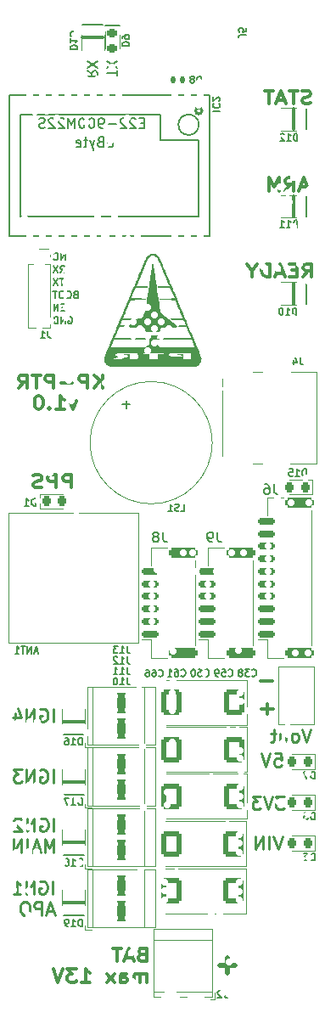
<source format=gbr>
%TF.GenerationSoftware,KiCad,Pcbnew,(6.0.1)*%
%TF.CreationDate,2022-09-22T22:29:04+02:00*%
%TF.ProjectId,kp-ptr,6b702d70-7472-42e6-9b69-6361645f7063,rev?*%
%TF.SameCoordinates,Original*%
%TF.FileFunction,Legend,Bot*%
%TF.FilePolarity,Positive*%
%FSLAX46Y46*%
G04 Gerber Fmt 4.6, Leading zero omitted, Abs format (unit mm)*
G04 Created by KiCad (PCBNEW (6.0.1)) date 2022-09-22 22:29:04*
%MOMM*%
%LPD*%
G01*
G04 APERTURE LIST*
G04 Aperture macros list*
%AMRoundRect*
0 Rectangle with rounded corners*
0 $1 Rounding radius*
0 $2 $3 $4 $5 $6 $7 $8 $9 X,Y pos of 4 corners*
0 Add a 4 corners polygon primitive as box body*
4,1,4,$2,$3,$4,$5,$6,$7,$8,$9,$2,$3,0*
0 Add four circle primitives for the rounded corners*
1,1,$1+$1,$2,$3*
1,1,$1+$1,$4,$5*
1,1,$1+$1,$6,$7*
1,1,$1+$1,$8,$9*
0 Add four rect primitives between the rounded corners*
20,1,$1+$1,$2,$3,$4,$5,0*
20,1,$1+$1,$4,$5,$6,$7,0*
20,1,$1+$1,$6,$7,$8,$9,0*
20,1,$1+$1,$8,$9,$2,$3,0*%
G04 Aperture macros list end*
%ADD10C,0.300000*%
%ADD11C,0.150000*%
%ADD12C,0.270000*%
%ADD13C,0.180000*%
%ADD14C,0.500000*%
%ADD15C,0.240000*%
%ADD16C,0.200000*%
%ADD17C,0.120000*%
%ADD18C,0.127000*%
%ADD19C,0.100000*%
%ADD20C,2.850000*%
%ADD21R,1.000000X1.000000*%
%ADD22O,1.000000X1.000000*%
%ADD23RoundRect,0.250000X0.787500X1.025000X-0.787500X1.025000X-0.787500X-1.025000X0.787500X-1.025000X0*%
%ADD24O,2.000000X2.500000*%
%ADD25O,2.000000X3.000000*%
%ADD26R,2.413000X4.572000*%
%ADD27R,0.800000X2.000000*%
%ADD28RoundRect,0.150000X0.700000X-0.150000X0.700000X0.150000X-0.700000X0.150000X-0.700000X-0.150000X0*%
%ADD29RoundRect,0.250000X1.150000X-0.250000X1.150000X0.250000X-1.150000X0.250000X-1.150000X-0.250000X0*%
%ADD30C,0.700000*%
%ADD31O,3.200000X1.300000*%
%ADD32O,2.500000X1.300000*%
%ADD33RoundRect,1.050000X0.450000X0.000000X0.450000X0.000000X-0.450000X0.000000X-0.450000X0.000000X0*%
%ADD34R,0.736600X0.609600*%
%ADD35R,1.500000X5.080000*%
%ADD36C,2.000000*%
%ADD37R,0.609600X0.736600*%
%ADD38RoundRect,0.218750X0.218750X0.256250X-0.218750X0.256250X-0.218750X-0.256250X0.218750X-0.256250X0*%
%ADD39RoundRect,0.218750X-0.256250X0.218750X-0.256250X-0.218750X0.256250X-0.218750X0.256250X0.218750X0*%
%ADD40RoundRect,0.218750X-0.218750X-0.256250X0.218750X-0.256250X0.218750X0.256250X-0.218750X0.256250X0*%
%ADD41R,2.000000X2.000000*%
%ADD42RoundRect,0.147500X-0.147500X-0.172500X0.147500X-0.172500X0.147500X0.172500X-0.147500X0.172500X0*%
%ADD43R,3.302000X2.286000*%
%ADD44R,3.302000X2.447000*%
%ADD45C,5.500000*%
G04 APERTURE END LIST*
D10*
X154649857Y-124946242D02*
X154435571Y-125008147D01*
X154364142Y-125070052D01*
X154292714Y-125193861D01*
X154292714Y-125379576D01*
X154364142Y-125503385D01*
X154435571Y-125565290D01*
X154578428Y-125627195D01*
X155149857Y-125627195D01*
X155149857Y-124327195D01*
X154649857Y-124327195D01*
X154507000Y-124389100D01*
X154435571Y-124451004D01*
X154364142Y-124574814D01*
X154364142Y-124698623D01*
X154435571Y-124822433D01*
X154507000Y-124884338D01*
X154649857Y-124946242D01*
X155149857Y-124946242D01*
X153721285Y-125255766D02*
X153007000Y-125255766D01*
X153864142Y-125627195D02*
X153364142Y-124327195D01*
X152864142Y-125627195D01*
X152578428Y-124327195D02*
X151721285Y-124327195D01*
X152149857Y-125627195D02*
X152149857Y-124327195D01*
X155149857Y-127720195D02*
X155149857Y-126853528D01*
X155149857Y-126977338D02*
X155078428Y-126915433D01*
X154935571Y-126853528D01*
X154721285Y-126853528D01*
X154578428Y-126915433D01*
X154507000Y-127039242D01*
X154507000Y-127720195D01*
X154507000Y-127039242D02*
X154435571Y-126915433D01*
X154292714Y-126853528D01*
X154078428Y-126853528D01*
X153935571Y-126915433D01*
X153864142Y-127039242D01*
X153864142Y-127720195D01*
X152507000Y-127720195D02*
X152507000Y-127039242D01*
X152578428Y-126915433D01*
X152721285Y-126853528D01*
X153007000Y-126853528D01*
X153149857Y-126915433D01*
X152507000Y-127658290D02*
X152649857Y-127720195D01*
X153007000Y-127720195D01*
X153149857Y-127658290D01*
X153221285Y-127534480D01*
X153221285Y-127410671D01*
X153149857Y-127286861D01*
X153007000Y-127224957D01*
X152649857Y-127224957D01*
X152507000Y-127163052D01*
X151935571Y-127720195D02*
X151149857Y-126853528D01*
X151935571Y-126853528D02*
X151149857Y-127720195D01*
X148649857Y-127720195D02*
X149507000Y-127720195D01*
X149078428Y-127720195D02*
X149078428Y-126420195D01*
X149221285Y-126605909D01*
X149364142Y-126729719D01*
X149507000Y-126791623D01*
X148149857Y-126420195D02*
X147221285Y-126420195D01*
X147721285Y-126915433D01*
X147507000Y-126915433D01*
X147364142Y-126977338D01*
X147292714Y-127039242D01*
X147221285Y-127163052D01*
X147221285Y-127472576D01*
X147292714Y-127596385D01*
X147364142Y-127658290D01*
X147507000Y-127720195D01*
X147935571Y-127720195D01*
X148078428Y-127658290D01*
X148149857Y-127596385D01*
X146792714Y-126420195D02*
X146292714Y-127720195D01*
X145792714Y-126420195D01*
X167652628Y-97679657D02*
X166509771Y-97679657D01*
D11*
X147315999Y-61372000D02*
X147382666Y-61338666D01*
X147482666Y-61338666D01*
X147582666Y-61372000D01*
X147649332Y-61438666D01*
X147682666Y-61505333D01*
X147715999Y-61638666D01*
X147715999Y-61738666D01*
X147682666Y-61872000D01*
X147649332Y-61938666D01*
X147582666Y-62005333D01*
X147482666Y-62038666D01*
X147415999Y-62038666D01*
X147315999Y-62005333D01*
X147282666Y-61972000D01*
X147282666Y-61738666D01*
X147415999Y-61738666D01*
X146982666Y-62038666D02*
X146982666Y-61338666D01*
X146582666Y-62038666D01*
X146582666Y-61338666D01*
X146249332Y-62038666D02*
X146249332Y-61338666D01*
X146082666Y-61338666D01*
X145982666Y-61372000D01*
X145915999Y-61438666D01*
X145882666Y-61505333D01*
X145849332Y-61638666D01*
X145849332Y-61738666D01*
X145882666Y-61872000D01*
X145915999Y-61938666D01*
X145982666Y-62005333D01*
X146082666Y-62038666D01*
X146249332Y-62038666D01*
X146915999Y-60402000D02*
X146682666Y-60402000D01*
X146582666Y-60768666D02*
X146915999Y-60768666D01*
X146915999Y-60068666D01*
X146582666Y-60068666D01*
X146282666Y-60768666D02*
X146282666Y-60068666D01*
X145882666Y-60768666D01*
X145882666Y-60068666D01*
D12*
X145775100Y-118921595D02*
X145775100Y-117621595D01*
X144475100Y-117683500D02*
X144598909Y-117621595D01*
X144784624Y-117621595D01*
X144970338Y-117683500D01*
X145094147Y-117807309D01*
X145156052Y-117931119D01*
X145217957Y-118178738D01*
X145217957Y-118364452D01*
X145156052Y-118612071D01*
X145094147Y-118735880D01*
X144970338Y-118859690D01*
X144784624Y-118921595D01*
X144660814Y-118921595D01*
X144475100Y-118859690D01*
X144413195Y-118797785D01*
X144413195Y-118364452D01*
X144660814Y-118364452D01*
X143856052Y-118921595D02*
X143856052Y-117621595D01*
X143113195Y-118921595D01*
X143113195Y-117621595D01*
X141813195Y-118921595D02*
X142556052Y-118921595D01*
X142184624Y-118921595D02*
X142184624Y-117621595D01*
X142308433Y-117807309D01*
X142432243Y-117931119D01*
X142556052Y-117993023D01*
X145837004Y-120643166D02*
X145217957Y-120643166D01*
X145960814Y-121014595D02*
X145527481Y-119714595D01*
X145094147Y-121014595D01*
X144660814Y-121014595D02*
X144660814Y-119714595D01*
X144165576Y-119714595D01*
X144041766Y-119776500D01*
X143979862Y-119838404D01*
X143917957Y-119962214D01*
X143917957Y-120147928D01*
X143979862Y-120271738D01*
X144041766Y-120333642D01*
X144165576Y-120395547D01*
X144660814Y-120395547D01*
X143113195Y-119714595D02*
X142865576Y-119714595D01*
X142741766Y-119776500D01*
X142617957Y-119900309D01*
X142556052Y-120147928D01*
X142556052Y-120581261D01*
X142617957Y-120828880D01*
X142741766Y-120952690D01*
X142865576Y-121014595D01*
X143113195Y-121014595D01*
X143237004Y-120952690D01*
X143360814Y-120828880D01*
X143422719Y-120581261D01*
X143422719Y-120147928D01*
X143360814Y-119900309D01*
X143237004Y-119776500D01*
X143113195Y-119714595D01*
X145837004Y-112673195D02*
X145837004Y-111373195D01*
X144537004Y-111435100D02*
X144660813Y-111373195D01*
X144846528Y-111373195D01*
X145032242Y-111435100D01*
X145156051Y-111558909D01*
X145217956Y-111682719D01*
X145279861Y-111930338D01*
X145279861Y-112116052D01*
X145217956Y-112363671D01*
X145156051Y-112487480D01*
X145032242Y-112611290D01*
X144846528Y-112673195D01*
X144722718Y-112673195D01*
X144537004Y-112611290D01*
X144475099Y-112549385D01*
X144475099Y-112116052D01*
X144722718Y-112116052D01*
X143917956Y-112673195D02*
X143917956Y-111373195D01*
X143175099Y-112673195D01*
X143175099Y-111373195D01*
X142617956Y-111497004D02*
X142556051Y-111435100D01*
X142432242Y-111373195D01*
X142122718Y-111373195D01*
X141998908Y-111435100D01*
X141937004Y-111497004D01*
X141875099Y-111620814D01*
X141875099Y-111744623D01*
X141937004Y-111930338D01*
X142679861Y-112673195D01*
X141875099Y-112673195D01*
X145837004Y-114766195D02*
X145837004Y-113466195D01*
X145403670Y-114394766D01*
X144970337Y-113466195D01*
X144970337Y-114766195D01*
X144413194Y-114394766D02*
X143794147Y-114394766D01*
X144537004Y-114766195D02*
X144103670Y-113466195D01*
X143670337Y-114766195D01*
X143237004Y-114766195D02*
X143237004Y-113466195D01*
X142617956Y-114766195D02*
X142617956Y-113466195D01*
X141875099Y-114766195D01*
X141875099Y-113466195D01*
D10*
X147602342Y-78413695D02*
X147602342Y-77113695D01*
X147030914Y-77113695D01*
X146888057Y-77175600D01*
X146816628Y-77237504D01*
X146745200Y-77361314D01*
X146745200Y-77547028D01*
X146816628Y-77670838D01*
X146888057Y-77732742D01*
X147030914Y-77794647D01*
X147602342Y-77794647D01*
X146102342Y-78413695D02*
X146102342Y-77113695D01*
X145530914Y-77113695D01*
X145388057Y-77175600D01*
X145316628Y-77237504D01*
X145245200Y-77361314D01*
X145245200Y-77547028D01*
X145316628Y-77670838D01*
X145388057Y-77732742D01*
X145530914Y-77794647D01*
X146102342Y-77794647D01*
X144673771Y-78351790D02*
X144459485Y-78413695D01*
X144102342Y-78413695D01*
X143959485Y-78351790D01*
X143888057Y-78289885D01*
X143816628Y-78166076D01*
X143816628Y-78042266D01*
X143888057Y-77918457D01*
X143959485Y-77856552D01*
X144102342Y-77794647D01*
X144388057Y-77732742D01*
X144530914Y-77670838D01*
X144602342Y-77608933D01*
X144673771Y-77485123D01*
X144673771Y-77361314D01*
X144602342Y-77237504D01*
X144530914Y-77175600D01*
X144388057Y-77113695D01*
X144030914Y-77113695D01*
X143816628Y-77175600D01*
D13*
X149204419Y-36844266D02*
X149680609Y-37177600D01*
X149204419Y-37415695D02*
X150204419Y-37415695D01*
X150204419Y-37034742D01*
X150156800Y-36939504D01*
X150109180Y-36891885D01*
X150013942Y-36844266D01*
X149871085Y-36844266D01*
X149775847Y-36891885D01*
X149728228Y-36939504D01*
X149680609Y-37034742D01*
X149680609Y-37415695D01*
X150204419Y-36510933D02*
X149204419Y-35844266D01*
X150204419Y-35844266D02*
X149204419Y-36510933D01*
D10*
X171479885Y-40048590D02*
X171265600Y-40110495D01*
X170908457Y-40110495D01*
X170765600Y-40048590D01*
X170694171Y-39986685D01*
X170622742Y-39862876D01*
X170622742Y-39739066D01*
X170694171Y-39615257D01*
X170765600Y-39553352D01*
X170908457Y-39491447D01*
X171194171Y-39429542D01*
X171337028Y-39367638D01*
X171408457Y-39305733D01*
X171479885Y-39181923D01*
X171479885Y-39058114D01*
X171408457Y-38934304D01*
X171337028Y-38872400D01*
X171194171Y-38810495D01*
X170837028Y-38810495D01*
X170622742Y-38872400D01*
X170194171Y-38810495D02*
X169337028Y-38810495D01*
X169765600Y-40110495D02*
X169765600Y-38810495D01*
X168908457Y-39739066D02*
X168194171Y-39739066D01*
X169051314Y-40110495D02*
X168551314Y-38810495D01*
X168051314Y-40110495D01*
X167765600Y-38810495D02*
X166908457Y-38810495D01*
X167337028Y-40110495D02*
X167337028Y-38810495D01*
X167754228Y-100473657D02*
X166611371Y-100473657D01*
X167182800Y-100968895D02*
X167182800Y-99978419D01*
D13*
X152185619Y-37337904D02*
X152185619Y-36766476D01*
X151185619Y-37052190D02*
X152185619Y-37052190D01*
X152185619Y-36528380D02*
X151185619Y-35861714D01*
X152185619Y-35861714D02*
X151185619Y-36528380D01*
D10*
X170740000Y-57388095D02*
X171240000Y-56769047D01*
X171597142Y-57388095D02*
X171597142Y-56088095D01*
X171025714Y-56088095D01*
X170882857Y-56150000D01*
X170811428Y-56211904D01*
X170740000Y-56335714D01*
X170740000Y-56521428D01*
X170811428Y-56645238D01*
X170882857Y-56707142D01*
X171025714Y-56769047D01*
X171597142Y-56769047D01*
X170097142Y-56707142D02*
X169597142Y-56707142D01*
X169382857Y-57388095D02*
X170097142Y-57388095D01*
X170097142Y-56088095D01*
X169382857Y-56088095D01*
X168811428Y-57016666D02*
X168097142Y-57016666D01*
X168954285Y-57388095D02*
X168454285Y-56088095D01*
X167954285Y-57388095D01*
X167454285Y-57388095D02*
X167454285Y-56088095D01*
X167097142Y-56088095D01*
X166882857Y-56150000D01*
X166740000Y-56273809D01*
X166668571Y-56397619D01*
X166597142Y-56645238D01*
X166597142Y-56830952D01*
X166668571Y-57078571D01*
X166740000Y-57202380D01*
X166882857Y-57326190D01*
X167097142Y-57388095D01*
X167454285Y-57388095D01*
X165668571Y-56769047D02*
X165668571Y-57388095D01*
X166168571Y-56088095D02*
X165668571Y-56769047D01*
X165168571Y-56088095D01*
D11*
X146515999Y-56958666D02*
X146749333Y-56625333D01*
X146915999Y-56958666D02*
X146915999Y-56258666D01*
X146649333Y-56258666D01*
X146582666Y-56292000D01*
X146549333Y-56325333D01*
X146515999Y-56392000D01*
X146515999Y-56492000D01*
X146549333Y-56558666D01*
X146582666Y-56592000D01*
X146649333Y-56625333D01*
X146915999Y-56625333D01*
X146282666Y-56258666D02*
X145815999Y-56958666D01*
X145815999Y-56258666D02*
X146282666Y-56958666D01*
D10*
X150713485Y-68477195D02*
X150713485Y-67177195D01*
X149856342Y-68477195D02*
X150499200Y-67734338D01*
X149856342Y-67177195D02*
X150713485Y-67920052D01*
X149213485Y-68477195D02*
X149213485Y-67177195D01*
X148642057Y-67177195D01*
X148499200Y-67239100D01*
X148427771Y-67301004D01*
X148356342Y-67424814D01*
X148356342Y-67610528D01*
X148427771Y-67734338D01*
X148499200Y-67796242D01*
X148642057Y-67858147D01*
X149213485Y-67858147D01*
X147713485Y-67981957D02*
X146570628Y-67981957D01*
X145856342Y-68477195D02*
X145856342Y-67177195D01*
X145284914Y-67177195D01*
X145142057Y-67239100D01*
X145070628Y-67301004D01*
X144999200Y-67424814D01*
X144999200Y-67610528D01*
X145070628Y-67734338D01*
X145142057Y-67796242D01*
X145284914Y-67858147D01*
X145856342Y-67858147D01*
X144570628Y-67177195D02*
X143713485Y-67177195D01*
X144142057Y-68477195D02*
X144142057Y-67177195D01*
X142356342Y-68477195D02*
X142856342Y-67858147D01*
X143213485Y-68477195D02*
X143213485Y-67177195D01*
X142642057Y-67177195D01*
X142499200Y-67239100D01*
X142427771Y-67301004D01*
X142356342Y-67424814D01*
X142356342Y-67610528D01*
X142427771Y-67734338D01*
X142499200Y-67796242D01*
X142642057Y-67858147D01*
X143213485Y-67858147D01*
X148142057Y-69703528D02*
X147784914Y-70570195D01*
X147427771Y-69703528D01*
X146070628Y-70570195D02*
X146927771Y-70570195D01*
X146499200Y-70570195D02*
X146499200Y-69270195D01*
X146642057Y-69455909D01*
X146784914Y-69579719D01*
X146927771Y-69641623D01*
X145427771Y-70446385D02*
X145356342Y-70508290D01*
X145427771Y-70570195D01*
X145499200Y-70508290D01*
X145427771Y-70446385D01*
X145427771Y-70570195D01*
X144427771Y-69270195D02*
X144284914Y-69270195D01*
X144142057Y-69332100D01*
X144070628Y-69394004D01*
X143999200Y-69517814D01*
X143927771Y-69765433D01*
X143927771Y-70074957D01*
X143999200Y-70322576D01*
X144070628Y-70446385D01*
X144142057Y-70508290D01*
X144284914Y-70570195D01*
X144427771Y-70570195D01*
X144570628Y-70508290D01*
X144642057Y-70446385D01*
X144713485Y-70322576D01*
X144784914Y-70074957D01*
X144784914Y-69765433D01*
X144713485Y-69517814D01*
X144642057Y-69394004D01*
X144570628Y-69332100D01*
X144427771Y-69270195D01*
D11*
X146982666Y-55688666D02*
X146982666Y-54988666D01*
X146582666Y-55688666D01*
X146582666Y-54988666D01*
X145849332Y-55622000D02*
X145882666Y-55655333D01*
X145982666Y-55688666D01*
X146049332Y-55688666D01*
X146149332Y-55655333D01*
X146215999Y-55588666D01*
X146249332Y-55522000D01*
X146282666Y-55388666D01*
X146282666Y-55288666D01*
X146249332Y-55155333D01*
X146215999Y-55088666D01*
X146149332Y-55022000D01*
X146049332Y-54988666D01*
X145982666Y-54988666D01*
X145882666Y-55022000D01*
X145849332Y-55055333D01*
X146849333Y-57528666D02*
X146449333Y-57528666D01*
X146649333Y-58228666D02*
X146649333Y-57528666D01*
X146282666Y-57528666D02*
X145816000Y-58228666D01*
X145816000Y-57528666D02*
X146282666Y-58228666D01*
D12*
X168657409Y-113181695D02*
X168224076Y-114481695D01*
X167790742Y-113181695D01*
X167357409Y-114481695D02*
X167357409Y-113181695D01*
X166738361Y-114481695D02*
X166738361Y-113181695D01*
X165995504Y-114481695D01*
X165995504Y-113181695D01*
X145815600Y-101730895D02*
X145815600Y-100430895D01*
X144515600Y-100492800D02*
X144639409Y-100430895D01*
X144825123Y-100430895D01*
X145010838Y-100492800D01*
X145134647Y-100616609D01*
X145196552Y-100740419D01*
X145258457Y-100988038D01*
X145258457Y-101173752D01*
X145196552Y-101421371D01*
X145134647Y-101545180D01*
X145010838Y-101668990D01*
X144825123Y-101730895D01*
X144701314Y-101730895D01*
X144515600Y-101668990D01*
X144453695Y-101607085D01*
X144453695Y-101173752D01*
X144701314Y-101173752D01*
X143896552Y-101730895D02*
X143896552Y-100430895D01*
X143153695Y-101730895D01*
X143153695Y-100430895D01*
X141977504Y-100864228D02*
X141977504Y-101730895D01*
X142287028Y-100368990D02*
X142596552Y-101297561D01*
X141791790Y-101297561D01*
D14*
X163210857Y-125272895D02*
X163210857Y-126796704D01*
X163972761Y-126034800D02*
X162448952Y-126034800D01*
D12*
X167887619Y-104901295D02*
X168506666Y-104901295D01*
X168568571Y-105520342D01*
X168506666Y-105458438D01*
X168382857Y-105396533D01*
X168073333Y-105396533D01*
X167949523Y-105458438D01*
X167887619Y-105520342D01*
X167825714Y-105644152D01*
X167825714Y-105953676D01*
X167887619Y-106077485D01*
X167949523Y-106139390D01*
X168073333Y-106201295D01*
X168382857Y-106201295D01*
X168506666Y-106139390D01*
X168568571Y-106077485D01*
X167454285Y-104901295D02*
X167020952Y-106201295D01*
X166587619Y-104901295D01*
D10*
X171179085Y-48425866D02*
X170464800Y-48425866D01*
X171321942Y-48797295D02*
X170821942Y-47497295D01*
X170321942Y-48797295D01*
X168964800Y-48797295D02*
X169464800Y-48178247D01*
X169821942Y-48797295D02*
X169821942Y-47497295D01*
X169250514Y-47497295D01*
X169107657Y-47559200D01*
X169036228Y-47621104D01*
X168964800Y-47744914D01*
X168964800Y-47930628D01*
X169036228Y-48054438D01*
X169107657Y-48116342D01*
X169250514Y-48178247D01*
X169821942Y-48178247D01*
X168321942Y-48797295D02*
X168321942Y-47497295D01*
X167821942Y-48425866D01*
X167321942Y-47497295D01*
X167321942Y-48797295D01*
D15*
X171500552Y-102462895D02*
X171067219Y-103762895D01*
X170633885Y-102462895D01*
X170014838Y-103762895D02*
X170138647Y-103700990D01*
X170200552Y-103639085D01*
X170262457Y-103515276D01*
X170262457Y-103143847D01*
X170200552Y-103020038D01*
X170138647Y-102958133D01*
X170014838Y-102896228D01*
X169829123Y-102896228D01*
X169705314Y-102958133D01*
X169643409Y-103020038D01*
X169581504Y-103143847D01*
X169581504Y-103515276D01*
X169643409Y-103639085D01*
X169705314Y-103700990D01*
X169829123Y-103762895D01*
X170014838Y-103762895D01*
X168467219Y-102896228D02*
X168467219Y-103762895D01*
X169024361Y-102896228D02*
X169024361Y-103577180D01*
X168962457Y-103700990D01*
X168838647Y-103762895D01*
X168652933Y-103762895D01*
X168529123Y-103700990D01*
X168467219Y-103639085D01*
X168033885Y-102896228D02*
X167538647Y-102896228D01*
X167848171Y-102462895D02*
X167848171Y-103577180D01*
X167786266Y-103700990D01*
X167662457Y-103762895D01*
X167538647Y-103762895D01*
D12*
X145815600Y-107809961D02*
X145815600Y-106509961D01*
X144515600Y-106571866D02*
X144639409Y-106509961D01*
X144825123Y-106509961D01*
X145010838Y-106571866D01*
X145134647Y-106695675D01*
X145196552Y-106819485D01*
X145258457Y-107067104D01*
X145258457Y-107252818D01*
X145196552Y-107500437D01*
X145134647Y-107624246D01*
X145010838Y-107748056D01*
X144825123Y-107809961D01*
X144701314Y-107809961D01*
X144515600Y-107748056D01*
X144453695Y-107686151D01*
X144453695Y-107252818D01*
X144701314Y-107252818D01*
X143896552Y-107809961D02*
X143896552Y-106509961D01*
X143153695Y-107809961D01*
X143153695Y-106509961D01*
X142658457Y-106509961D02*
X141853695Y-106509961D01*
X142287028Y-107005199D01*
X142101314Y-107005199D01*
X141977504Y-107067104D01*
X141915600Y-107129008D01*
X141853695Y-107252818D01*
X141853695Y-107562342D01*
X141915600Y-107686151D01*
X141977504Y-107748056D01*
X142101314Y-107809961D01*
X142472742Y-107809961D01*
X142596552Y-107748056D01*
X142658457Y-107686151D01*
D11*
X148016000Y-59132000D02*
X147916000Y-59165333D01*
X147882666Y-59198666D01*
X147849333Y-59265333D01*
X147849333Y-59365333D01*
X147882666Y-59432000D01*
X147916000Y-59465333D01*
X147982666Y-59498666D01*
X148249333Y-59498666D01*
X148249333Y-58798666D01*
X148016000Y-58798666D01*
X147949333Y-58832000D01*
X147916000Y-58865333D01*
X147882666Y-58932000D01*
X147882666Y-58998666D01*
X147916000Y-59065333D01*
X147949333Y-59098666D01*
X148016000Y-59132000D01*
X148249333Y-59132000D01*
X147416000Y-58798666D02*
X147282666Y-58798666D01*
X147216000Y-58832000D01*
X147149333Y-58898666D01*
X147116000Y-59032000D01*
X147116000Y-59265333D01*
X147149333Y-59398666D01*
X147216000Y-59465333D01*
X147282666Y-59498666D01*
X147416000Y-59498666D01*
X147482666Y-59465333D01*
X147549333Y-59398666D01*
X147582666Y-59265333D01*
X147582666Y-59032000D01*
X147549333Y-58898666D01*
X147482666Y-58832000D01*
X147416000Y-58798666D01*
X146682666Y-58798666D02*
X146549333Y-58798666D01*
X146482666Y-58832000D01*
X146416000Y-58898666D01*
X146382666Y-59032000D01*
X146382666Y-59265333D01*
X146416000Y-59398666D01*
X146482666Y-59465333D01*
X146549333Y-59498666D01*
X146682666Y-59498666D01*
X146749333Y-59465333D01*
X146816000Y-59398666D01*
X146849333Y-59265333D01*
X146849333Y-59032000D01*
X146816000Y-58898666D01*
X146749333Y-58832000D01*
X146682666Y-58798666D01*
X146182666Y-58798666D02*
X145782666Y-58798666D01*
X145982666Y-59498666D02*
X145982666Y-58798666D01*
D12*
X168843123Y-109168495D02*
X168038361Y-109168495D01*
X168471695Y-109663733D01*
X168285980Y-109663733D01*
X168162171Y-109725638D01*
X168100266Y-109787542D01*
X168038361Y-109911352D01*
X168038361Y-110220876D01*
X168100266Y-110344685D01*
X168162171Y-110406590D01*
X168285980Y-110468495D01*
X168657409Y-110468495D01*
X168781219Y-110406590D01*
X168843123Y-110344685D01*
X167666933Y-109168495D02*
X167233600Y-110468495D01*
X166800266Y-109168495D01*
X166490742Y-109168495D02*
X165685980Y-109168495D01*
X166119314Y-109663733D01*
X165933600Y-109663733D01*
X165809790Y-109725638D01*
X165747885Y-109787542D01*
X165685980Y-109911352D01*
X165685980Y-110220876D01*
X165747885Y-110344685D01*
X165809790Y-110406590D01*
X165933600Y-110468495D01*
X166305028Y-110468495D01*
X166428838Y-110406590D01*
X166490742Y-110344685D01*
D11*
%TO.C,J1*%
X145267333Y-62761066D02*
X145267333Y-63261066D01*
X145300666Y-63361066D01*
X145367333Y-63427733D01*
X145467333Y-63461066D01*
X145534000Y-63461066D01*
X144567333Y-63461066D02*
X144967333Y-63461066D01*
X144767333Y-63461066D02*
X144767333Y-62761066D01*
X144834000Y-62861066D01*
X144900666Y-62927733D01*
X144967333Y-62961066D01*
%TO.C,C38*%
X165626200Y-97151000D02*
X165659533Y-97184333D01*
X165759533Y-97217666D01*
X165826200Y-97217666D01*
X165926200Y-97184333D01*
X165992866Y-97117666D01*
X166026200Y-97051000D01*
X166059533Y-96917666D01*
X166059533Y-96817666D01*
X166026200Y-96684333D01*
X165992866Y-96617666D01*
X165926200Y-96551000D01*
X165826200Y-96517666D01*
X165759533Y-96517666D01*
X165659533Y-96551000D01*
X165626200Y-96584333D01*
X165392866Y-96517666D02*
X164959533Y-96517666D01*
X165192866Y-96784333D01*
X165092866Y-96784333D01*
X165026200Y-96817666D01*
X164992866Y-96851000D01*
X164959533Y-96917666D01*
X164959533Y-97084333D01*
X164992866Y-97151000D01*
X165026200Y-97184333D01*
X165092866Y-97217666D01*
X165292866Y-97217666D01*
X165359533Y-97184333D01*
X165392866Y-97151000D01*
X164559533Y-96817666D02*
X164626200Y-96784333D01*
X164659533Y-96751000D01*
X164692866Y-96684333D01*
X164692866Y-96651000D01*
X164659533Y-96584333D01*
X164626200Y-96551000D01*
X164559533Y-96517666D01*
X164426200Y-96517666D01*
X164359533Y-96551000D01*
X164326200Y-96584333D01*
X164292866Y-96651000D01*
X164292866Y-96684333D01*
X164326200Y-96751000D01*
X164359533Y-96784333D01*
X164426200Y-96817666D01*
X164559533Y-96817666D01*
X164626200Y-96851000D01*
X164659533Y-96884333D01*
X164692866Y-96951000D01*
X164692866Y-97084333D01*
X164659533Y-97151000D01*
X164626200Y-97184333D01*
X164559533Y-97217666D01*
X164426200Y-97217666D01*
X164359533Y-97184333D01*
X164326200Y-97151000D01*
X164292866Y-97084333D01*
X164292866Y-96951000D01*
X164326200Y-96884333D01*
X164359533Y-96851000D01*
X164426200Y-96817666D01*
%TO.C,J2*%
X162892533Y-128585466D02*
X162892533Y-129085466D01*
X162925866Y-129185466D01*
X162992533Y-129252133D01*
X163092533Y-129285466D01*
X163159200Y-129285466D01*
X162592533Y-128652133D02*
X162559200Y-128618800D01*
X162492533Y-128585466D01*
X162325866Y-128585466D01*
X162259200Y-128618800D01*
X162225866Y-128652133D01*
X162192533Y-128718800D01*
X162192533Y-128785466D01*
X162225866Y-128885466D01*
X162625866Y-129285466D01*
X162192533Y-129285466D01*
%TO.C,C59*%
X163272466Y-97151000D02*
X163305799Y-97184333D01*
X163405799Y-97217666D01*
X163472466Y-97217666D01*
X163572466Y-97184333D01*
X163639132Y-97117666D01*
X163672466Y-97051000D01*
X163705799Y-96917666D01*
X163705799Y-96817666D01*
X163672466Y-96684333D01*
X163639132Y-96617666D01*
X163572466Y-96551000D01*
X163472466Y-96517666D01*
X163405799Y-96517666D01*
X163305799Y-96551000D01*
X163272466Y-96584333D01*
X162639132Y-96517666D02*
X162972466Y-96517666D01*
X163005799Y-96851000D01*
X162972466Y-96817666D01*
X162905799Y-96784333D01*
X162739132Y-96784333D01*
X162672466Y-96817666D01*
X162639132Y-96851000D01*
X162605799Y-96917666D01*
X162605799Y-97084333D01*
X162639132Y-97151000D01*
X162672466Y-97184333D01*
X162739132Y-97217666D01*
X162905799Y-97217666D01*
X162972466Y-97184333D01*
X163005799Y-97151000D01*
X162272466Y-97217666D02*
X162139132Y-97217666D01*
X162072466Y-97184333D01*
X162039132Y-97151000D01*
X161972466Y-97051000D01*
X161939132Y-96917666D01*
X161939132Y-96651000D01*
X161972466Y-96584333D01*
X162005799Y-96551000D01*
X162072466Y-96517666D01*
X162205799Y-96517666D01*
X162272466Y-96551000D01*
X162305799Y-96584333D01*
X162339132Y-96651000D01*
X162339132Y-96817666D01*
X162305799Y-96884333D01*
X162272466Y-96917666D01*
X162205799Y-96951000D01*
X162072466Y-96951000D01*
X162005799Y-96917666D01*
X161972466Y-96884333D01*
X161939132Y-96817666D01*
%TO.C,IC2*%
X161735333Y-40840733D02*
X162435333Y-40840733D01*
X161802000Y-40107400D02*
X161768666Y-40140733D01*
X161735333Y-40240733D01*
X161735333Y-40307400D01*
X161768666Y-40407400D01*
X161835333Y-40474066D01*
X161902000Y-40507400D01*
X162035333Y-40540733D01*
X162135333Y-40540733D01*
X162268666Y-40507400D01*
X162335333Y-40474066D01*
X162402000Y-40407400D01*
X162435333Y-40307400D01*
X162435333Y-40240733D01*
X162402000Y-40140733D01*
X162368666Y-40107400D01*
X162368666Y-39840733D02*
X162402000Y-39807400D01*
X162435333Y-39740733D01*
X162435333Y-39574066D01*
X162402000Y-39507400D01*
X162368666Y-39474066D01*
X162302000Y-39440733D01*
X162235333Y-39440733D01*
X162135333Y-39474066D01*
X161735333Y-39874066D01*
X161735333Y-39440733D01*
X154871085Y-42016371D02*
X154537752Y-42016371D01*
X154394895Y-42540180D02*
X154871085Y-42540180D01*
X154871085Y-41540180D01*
X154394895Y-41540180D01*
X154013942Y-41635419D02*
X153966323Y-41587800D01*
X153871085Y-41540180D01*
X153632990Y-41540180D01*
X153537752Y-41587800D01*
X153490133Y-41635419D01*
X153442514Y-41730657D01*
X153442514Y-41825895D01*
X153490133Y-41968752D01*
X154061561Y-42540180D01*
X153442514Y-42540180D01*
X153061561Y-41635419D02*
X153013942Y-41587800D01*
X152918704Y-41540180D01*
X152680609Y-41540180D01*
X152585371Y-41587800D01*
X152537752Y-41635419D01*
X152490133Y-41730657D01*
X152490133Y-41825895D01*
X152537752Y-41968752D01*
X153109180Y-42540180D01*
X152490133Y-42540180D01*
X152061561Y-42159228D02*
X151299657Y-42159228D01*
X150775847Y-42540180D02*
X150585371Y-42540180D01*
X150490133Y-42492561D01*
X150442514Y-42444942D01*
X150347276Y-42302085D01*
X150299657Y-42111609D01*
X150299657Y-41730657D01*
X150347276Y-41635419D01*
X150394895Y-41587800D01*
X150490133Y-41540180D01*
X150680609Y-41540180D01*
X150775847Y-41587800D01*
X150823466Y-41635419D01*
X150871085Y-41730657D01*
X150871085Y-41968752D01*
X150823466Y-42063990D01*
X150775847Y-42111609D01*
X150680609Y-42159228D01*
X150490133Y-42159228D01*
X150394895Y-42111609D01*
X150347276Y-42063990D01*
X150299657Y-41968752D01*
X149680609Y-41540180D02*
X149585371Y-41540180D01*
X149490133Y-41587800D01*
X149442514Y-41635419D01*
X149394895Y-41730657D01*
X149347276Y-41921133D01*
X149347276Y-42159228D01*
X149394895Y-42349704D01*
X149442514Y-42444942D01*
X149490133Y-42492561D01*
X149585371Y-42540180D01*
X149680609Y-42540180D01*
X149775847Y-42492561D01*
X149823466Y-42444942D01*
X149871085Y-42349704D01*
X149918704Y-42159228D01*
X149918704Y-41921133D01*
X149871085Y-41730657D01*
X149823466Y-41635419D01*
X149775847Y-41587800D01*
X149680609Y-41540180D01*
X148728228Y-41540180D02*
X148632990Y-41540180D01*
X148537752Y-41587800D01*
X148490133Y-41635419D01*
X148442514Y-41730657D01*
X148394895Y-41921133D01*
X148394895Y-42159228D01*
X148442514Y-42349704D01*
X148490133Y-42444942D01*
X148537752Y-42492561D01*
X148632990Y-42540180D01*
X148728228Y-42540180D01*
X148823466Y-42492561D01*
X148871085Y-42444942D01*
X148918704Y-42349704D01*
X148966323Y-42159228D01*
X148966323Y-41921133D01*
X148918704Y-41730657D01*
X148871085Y-41635419D01*
X148823466Y-41587800D01*
X148728228Y-41540180D01*
X147966323Y-42540180D02*
X147966323Y-41540180D01*
X147632990Y-42254466D01*
X147299657Y-41540180D01*
X147299657Y-42540180D01*
X146871085Y-41635419D02*
X146823466Y-41587800D01*
X146728228Y-41540180D01*
X146490133Y-41540180D01*
X146394895Y-41587800D01*
X146347276Y-41635419D01*
X146299657Y-41730657D01*
X146299657Y-41825895D01*
X146347276Y-41968752D01*
X146918704Y-42540180D01*
X146299657Y-42540180D01*
X145918704Y-41635419D02*
X145871085Y-41587800D01*
X145775847Y-41540180D01*
X145537752Y-41540180D01*
X145442514Y-41587800D01*
X145394895Y-41635419D01*
X145347276Y-41730657D01*
X145347276Y-41825895D01*
X145394895Y-41968752D01*
X145966323Y-42540180D01*
X145347276Y-42540180D01*
X144966323Y-42492561D02*
X144823466Y-42540180D01*
X144585371Y-42540180D01*
X144490133Y-42492561D01*
X144442514Y-42444942D01*
X144394895Y-42349704D01*
X144394895Y-42254466D01*
X144442514Y-42159228D01*
X144490133Y-42111609D01*
X144585371Y-42063990D01*
X144775847Y-42016371D01*
X144871085Y-41968752D01*
X144918704Y-41921133D01*
X144966323Y-41825895D01*
X144966323Y-41730657D01*
X144918704Y-41635419D01*
X144871085Y-41587800D01*
X144775847Y-41540180D01*
X144537752Y-41540180D01*
X144394895Y-41587800D01*
X151315561Y-44397561D02*
X151410800Y-44445180D01*
X151601276Y-44445180D01*
X151696514Y-44397561D01*
X151744133Y-44302323D01*
X151744133Y-43921371D01*
X151696514Y-43826133D01*
X151601276Y-43778514D01*
X151410800Y-43778514D01*
X151315561Y-43826133D01*
X151267942Y-43921371D01*
X151267942Y-44016609D01*
X151744133Y-44111847D01*
X150506038Y-43921371D02*
X150363180Y-43968990D01*
X150315561Y-44016609D01*
X150267942Y-44111847D01*
X150267942Y-44254704D01*
X150315561Y-44349942D01*
X150363180Y-44397561D01*
X150458419Y-44445180D01*
X150839371Y-44445180D01*
X150839371Y-43445180D01*
X150506038Y-43445180D01*
X150410800Y-43492800D01*
X150363180Y-43540419D01*
X150315561Y-43635657D01*
X150315561Y-43730895D01*
X150363180Y-43826133D01*
X150410800Y-43873752D01*
X150506038Y-43921371D01*
X150839371Y-43921371D01*
X149934609Y-43778514D02*
X149696514Y-44445180D01*
X149458419Y-43778514D02*
X149696514Y-44445180D01*
X149791752Y-44683276D01*
X149839371Y-44730895D01*
X149934609Y-44778514D01*
X149220323Y-43778514D02*
X148839371Y-43778514D01*
X149077466Y-43445180D02*
X149077466Y-44302323D01*
X149029847Y-44397561D01*
X148934609Y-44445180D01*
X148839371Y-44445180D01*
X148125085Y-44397561D02*
X148220323Y-44445180D01*
X148410800Y-44445180D01*
X148506038Y-44397561D01*
X148553657Y-44302323D01*
X148553657Y-43921371D01*
X148506038Y-43826133D01*
X148410800Y-43778514D01*
X148220323Y-43778514D01*
X148125085Y-43826133D01*
X148077466Y-43921371D01*
X148077466Y-44016609D01*
X148553657Y-44111847D01*
D16*
%TO.C,J6*%
X167833333Y-78052380D02*
X167833333Y-78766666D01*
X167880952Y-78909523D01*
X167976190Y-79004761D01*
X168119047Y-79052380D01*
X168214285Y-79052380D01*
X166928571Y-78052380D02*
X167119047Y-78052380D01*
X167214285Y-78100000D01*
X167261904Y-78147619D01*
X167357142Y-78290476D01*
X167404761Y-78480952D01*
X167404761Y-78861904D01*
X167357142Y-78957142D01*
X167309523Y-79004761D01*
X167214285Y-79052380D01*
X167023809Y-79052380D01*
X166928571Y-79004761D01*
X166880952Y-78957142D01*
X166833333Y-78861904D01*
X166833333Y-78623809D01*
X166880952Y-78528571D01*
X166928571Y-78480952D01*
X167023809Y-78433333D01*
X167214285Y-78433333D01*
X167309523Y-78480952D01*
X167357142Y-78528571D01*
X167404761Y-78623809D01*
D11*
%TO.C,C66*%
X156329800Y-97176400D02*
X156363133Y-97209733D01*
X156463133Y-97243066D01*
X156529800Y-97243066D01*
X156629800Y-97209733D01*
X156696466Y-97143066D01*
X156729800Y-97076400D01*
X156763133Y-96943066D01*
X156763133Y-96843066D01*
X156729800Y-96709733D01*
X156696466Y-96643066D01*
X156629800Y-96576400D01*
X156529800Y-96543066D01*
X156463133Y-96543066D01*
X156363133Y-96576400D01*
X156329800Y-96609733D01*
X155729800Y-96543066D02*
X155863133Y-96543066D01*
X155929800Y-96576400D01*
X155963133Y-96609733D01*
X156029800Y-96709733D01*
X156063133Y-96843066D01*
X156063133Y-97109733D01*
X156029800Y-97176400D01*
X155996466Y-97209733D01*
X155929800Y-97243066D01*
X155796466Y-97243066D01*
X155729800Y-97209733D01*
X155696466Y-97176400D01*
X155663133Y-97109733D01*
X155663133Y-96943066D01*
X155696466Y-96876400D01*
X155729800Y-96843066D01*
X155796466Y-96809733D01*
X155929800Y-96809733D01*
X155996466Y-96843066D01*
X156029800Y-96876400D01*
X156063133Y-96943066D01*
X155063133Y-96543066D02*
X155196466Y-96543066D01*
X155263133Y-96576400D01*
X155296466Y-96609733D01*
X155363133Y-96709733D01*
X155396466Y-96843066D01*
X155396466Y-97109733D01*
X155363133Y-97176400D01*
X155329800Y-97209733D01*
X155263133Y-97243066D01*
X155129800Y-97243066D01*
X155063133Y-97209733D01*
X155029800Y-97176400D01*
X154996466Y-97109733D01*
X154996466Y-96943066D01*
X155029800Y-96876400D01*
X155063133Y-96843066D01*
X155129800Y-96809733D01*
X155263133Y-96809733D01*
X155329800Y-96843066D01*
X155363133Y-96876400D01*
X155396466Y-96943066D01*
%TO.C,J4*%
X170438733Y-65428066D02*
X170438733Y-65928066D01*
X170472066Y-66028066D01*
X170538733Y-66094733D01*
X170638733Y-66128066D01*
X170705400Y-66128066D01*
X169805400Y-65661400D02*
X169805400Y-66128066D01*
X169972066Y-65394733D02*
X170138733Y-65894733D01*
X169705400Y-65894733D01*
%TO.C,J12*%
X153169866Y-95256132D02*
X153169866Y-95756132D01*
X153203200Y-95856132D01*
X153269866Y-95922799D01*
X153369866Y-95956132D01*
X153436533Y-95956132D01*
X152469866Y-95956132D02*
X152869866Y-95956132D01*
X152669866Y-95956132D02*
X152669866Y-95256132D01*
X152736533Y-95356132D01*
X152803200Y-95422799D01*
X152869866Y-95456132D01*
X152203200Y-95322799D02*
X152169866Y-95289466D01*
X152103200Y-95256132D01*
X151936533Y-95256132D01*
X151869866Y-95289466D01*
X151836533Y-95322799D01*
X151803200Y-95389466D01*
X151803200Y-95456132D01*
X151836533Y-95556132D01*
X152236533Y-95956132D01*
X151803200Y-95956132D01*
%TO.C,D12*%
X170166400Y-43801466D02*
X170166400Y-43101466D01*
X169999733Y-43101466D01*
X169899733Y-43134800D01*
X169833066Y-43201466D01*
X169799733Y-43268133D01*
X169766400Y-43401466D01*
X169766400Y-43501466D01*
X169799733Y-43634800D01*
X169833066Y-43701466D01*
X169899733Y-43768133D01*
X169999733Y-43801466D01*
X170166400Y-43801466D01*
X169099733Y-43801466D02*
X169499733Y-43801466D01*
X169299733Y-43801466D02*
X169299733Y-43101466D01*
X169366400Y-43201466D01*
X169433066Y-43268133D01*
X169499733Y-43301466D01*
X168833066Y-43168133D02*
X168799733Y-43134800D01*
X168733066Y-43101466D01*
X168566400Y-43101466D01*
X168499733Y-43134800D01*
X168466400Y-43168133D01*
X168433066Y-43234800D01*
X168433066Y-43301466D01*
X168466400Y-43401466D01*
X168866400Y-43801466D01*
X168433066Y-43801466D01*
%TO.C,J5*%
X165026133Y-33253333D02*
X164526133Y-33253333D01*
X164426133Y-33286666D01*
X164359466Y-33353333D01*
X164326133Y-33453333D01*
X164326133Y-33520000D01*
X165026133Y-32586666D02*
X165026133Y-32920000D01*
X164692800Y-32953333D01*
X164726133Y-32920000D01*
X164759466Y-32853333D01*
X164759466Y-32686666D01*
X164726133Y-32620000D01*
X164692800Y-32586666D01*
X164626133Y-32553333D01*
X164459466Y-32553333D01*
X164392800Y-32586666D01*
X164359466Y-32620000D01*
X164326133Y-32686666D01*
X164326133Y-32853333D01*
X164359466Y-32920000D01*
X164392800Y-32953333D01*
%TO.C,C60*%
X160918733Y-97151000D02*
X160952066Y-97184333D01*
X161052066Y-97217666D01*
X161118733Y-97217666D01*
X161218733Y-97184333D01*
X161285399Y-97117666D01*
X161318733Y-97051000D01*
X161352066Y-96917666D01*
X161352066Y-96817666D01*
X161318733Y-96684333D01*
X161285399Y-96617666D01*
X161218733Y-96551000D01*
X161118733Y-96517666D01*
X161052066Y-96517666D01*
X160952066Y-96551000D01*
X160918733Y-96584333D01*
X160318733Y-96517666D02*
X160452066Y-96517666D01*
X160518733Y-96551000D01*
X160552066Y-96584333D01*
X160618733Y-96684333D01*
X160652066Y-96817666D01*
X160652066Y-97084333D01*
X160618733Y-97151000D01*
X160585399Y-97184333D01*
X160518733Y-97217666D01*
X160385399Y-97217666D01*
X160318733Y-97184333D01*
X160285399Y-97151000D01*
X160252066Y-97084333D01*
X160252066Y-96917666D01*
X160285399Y-96851000D01*
X160318733Y-96817666D01*
X160385399Y-96784333D01*
X160518733Y-96784333D01*
X160585399Y-96817666D01*
X160618733Y-96851000D01*
X160652066Y-96917666D01*
X159818733Y-96517666D02*
X159752066Y-96517666D01*
X159685399Y-96551000D01*
X159652066Y-96584333D01*
X159618733Y-96651000D01*
X159585399Y-96784333D01*
X159585399Y-96951000D01*
X159618733Y-97084333D01*
X159652066Y-97151000D01*
X159685399Y-97184333D01*
X159752066Y-97217666D01*
X159818733Y-97217666D01*
X159885399Y-97184333D01*
X159918733Y-97151000D01*
X159952066Y-97084333D01*
X159985399Y-96951000D01*
X159985399Y-96784333D01*
X159952066Y-96651000D01*
X159918733Y-96584333D01*
X159885399Y-96551000D01*
X159818733Y-96517666D01*
%TO.C,ANT1*%
X144262333Y-94731666D02*
X143929000Y-94731666D01*
X144329000Y-94931666D02*
X144095666Y-94231666D01*
X143862333Y-94931666D01*
X143629000Y-94931666D02*
X143629000Y-94231666D01*
X143229000Y-94931666D01*
X143229000Y-94231666D01*
X142995666Y-94231666D02*
X142595666Y-94231666D01*
X142795666Y-94931666D02*
X142795666Y-94231666D01*
X141995666Y-94931666D02*
X142395666Y-94931666D01*
X142195666Y-94931666D02*
X142195666Y-94231666D01*
X142262333Y-94331666D01*
X142329000Y-94398333D01*
X142395666Y-94431666D01*
%TO.C,D13*%
X147511333Y-34682800D02*
X148211333Y-34682800D01*
X148211333Y-34516133D01*
X148178000Y-34416133D01*
X148111333Y-34349466D01*
X148044666Y-34316133D01*
X147911333Y-34282800D01*
X147811333Y-34282800D01*
X147678000Y-34316133D01*
X147611333Y-34349466D01*
X147544666Y-34416133D01*
X147511333Y-34516133D01*
X147511333Y-34682800D01*
X147511333Y-33616133D02*
X147511333Y-34016133D01*
X147511333Y-33816133D02*
X148211333Y-33816133D01*
X148111333Y-33882800D01*
X148044666Y-33949466D01*
X148011333Y-34016133D01*
X148211333Y-33382800D02*
X148211333Y-32949466D01*
X147944666Y-33182800D01*
X147944666Y-33082800D01*
X147911333Y-33016133D01*
X147878000Y-32982800D01*
X147811333Y-32949466D01*
X147644666Y-32949466D01*
X147578000Y-32982800D01*
X147544666Y-33016133D01*
X147511333Y-33082800D01*
X147511333Y-33282800D01*
X147544666Y-33349466D01*
X147578000Y-33382800D01*
D16*
%TO.C,J9*%
X162193333Y-82832380D02*
X162193333Y-83546666D01*
X162240952Y-83689523D01*
X162336190Y-83784761D01*
X162479047Y-83832380D01*
X162574285Y-83832380D01*
X161669523Y-83832380D02*
X161479047Y-83832380D01*
X161383809Y-83784761D01*
X161336190Y-83737142D01*
X161240952Y-83594285D01*
X161193333Y-83403809D01*
X161193333Y-83022857D01*
X161240952Y-82927619D01*
X161288571Y-82880000D01*
X161383809Y-82832380D01*
X161574285Y-82832380D01*
X161669523Y-82880000D01*
X161717142Y-82927619D01*
X161764761Y-83022857D01*
X161764761Y-83260952D01*
X161717142Y-83356190D01*
X161669523Y-83403809D01*
X161574285Y-83451428D01*
X161383809Y-83451428D01*
X161288571Y-83403809D01*
X161240952Y-83356190D01*
X161193333Y-83260952D01*
D11*
%TO.C,J11*%
X153169866Y-96305998D02*
X153169866Y-96805998D01*
X153203200Y-96905998D01*
X153269866Y-96972665D01*
X153369866Y-97005998D01*
X153436533Y-97005998D01*
X152469866Y-97005998D02*
X152869866Y-97005998D01*
X152669866Y-97005998D02*
X152669866Y-96305998D01*
X152736533Y-96405998D01*
X152803200Y-96472665D01*
X152869866Y-96505998D01*
X151803200Y-97005998D02*
X152203200Y-97005998D01*
X152003200Y-97005998D02*
X152003200Y-96305998D01*
X152069866Y-96405998D01*
X152136533Y-96472665D01*
X152203200Y-96505998D01*
%TO.C,D7*%
X171865066Y-107403066D02*
X171865066Y-106703066D01*
X171698400Y-106703066D01*
X171598400Y-106736400D01*
X171531733Y-106803066D01*
X171498400Y-106869733D01*
X171465066Y-107003066D01*
X171465066Y-107103066D01*
X171498400Y-107236400D01*
X171531733Y-107303066D01*
X171598400Y-107369733D01*
X171698400Y-107403066D01*
X171865066Y-107403066D01*
X171231733Y-106703066D02*
X170765066Y-106703066D01*
X171065066Y-107403066D01*
%TO.C,D9*%
X152692933Y-34349466D02*
X153392933Y-34349466D01*
X153392933Y-34182800D01*
X153359600Y-34082800D01*
X153292933Y-34016133D01*
X153226266Y-33982800D01*
X153092933Y-33949466D01*
X152992933Y-33949466D01*
X152859600Y-33982800D01*
X152792933Y-34016133D01*
X152726266Y-34082800D01*
X152692933Y-34182800D01*
X152692933Y-34349466D01*
X152692933Y-33616133D02*
X152692933Y-33482800D01*
X152726266Y-33416133D01*
X152759600Y-33382800D01*
X152859600Y-33316133D01*
X152992933Y-33282800D01*
X153259600Y-33282800D01*
X153326266Y-33316133D01*
X153359600Y-33349466D01*
X153392933Y-33416133D01*
X153392933Y-33549466D01*
X153359600Y-33616133D01*
X153326266Y-33649466D01*
X153259600Y-33682800D01*
X153092933Y-33682800D01*
X153026266Y-33649466D01*
X152992933Y-33616133D01*
X152959600Y-33549466D01*
X152959600Y-33416133D01*
X152992933Y-33349466D01*
X153026266Y-33316133D01*
X153092933Y-33282800D01*
%TO.C,D1*%
X144026666Y-80199666D02*
X144026666Y-79499666D01*
X143860000Y-79499666D01*
X143760000Y-79533000D01*
X143693333Y-79599666D01*
X143660000Y-79666333D01*
X143626666Y-79799666D01*
X143626666Y-79899666D01*
X143660000Y-80033000D01*
X143693333Y-80099666D01*
X143760000Y-80166333D01*
X143860000Y-80199666D01*
X144026666Y-80199666D01*
X142960000Y-80199666D02*
X143360000Y-80199666D01*
X143160000Y-80199666D02*
X143160000Y-79499666D01*
X143226666Y-79599666D01*
X143293333Y-79666333D01*
X143360000Y-79699666D01*
%TO.C,LS1*%
X158539600Y-80733066D02*
X158872933Y-80733066D01*
X158872933Y-80033066D01*
X158339600Y-80699733D02*
X158239600Y-80733066D01*
X158072933Y-80733066D01*
X158006266Y-80699733D01*
X157972933Y-80666400D01*
X157939600Y-80599733D01*
X157939600Y-80533066D01*
X157972933Y-80466400D01*
X158006266Y-80433066D01*
X158072933Y-80399733D01*
X158206266Y-80366400D01*
X158272933Y-80333066D01*
X158306266Y-80299733D01*
X158339600Y-80233066D01*
X158339600Y-80166400D01*
X158306266Y-80099733D01*
X158272933Y-80066400D01*
X158206266Y-80033066D01*
X158039600Y-80033066D01*
X157939600Y-80066400D01*
X157272933Y-80733066D02*
X157672933Y-80733066D01*
X157472933Y-80733066D02*
X157472933Y-80033066D01*
X157539600Y-80133066D01*
X157606266Y-80199733D01*
X157672933Y-80233066D01*
X153106428Y-69723047D02*
X153106428Y-70484952D01*
X153487380Y-70104000D02*
X152725476Y-70104000D01*
%TO.C,D17*%
X148678000Y-110078532D02*
X148678000Y-109378532D01*
X148511333Y-109378532D01*
X148411333Y-109411866D01*
X148344666Y-109478532D01*
X148311333Y-109545199D01*
X148278000Y-109678532D01*
X148278000Y-109778532D01*
X148311333Y-109911866D01*
X148344666Y-109978532D01*
X148411333Y-110045199D01*
X148511333Y-110078532D01*
X148678000Y-110078532D01*
X147611333Y-110078532D02*
X148011333Y-110078532D01*
X147811333Y-110078532D02*
X147811333Y-109378532D01*
X147878000Y-109478532D01*
X147944666Y-109545199D01*
X148011333Y-109578532D01*
X147378000Y-109378532D02*
X146911333Y-109378532D01*
X147211333Y-110078532D01*
%TO.C,D16*%
X148678000Y-104050266D02*
X148678000Y-103350266D01*
X148511333Y-103350266D01*
X148411333Y-103383600D01*
X148344666Y-103450266D01*
X148311333Y-103516933D01*
X148278000Y-103650266D01*
X148278000Y-103750266D01*
X148311333Y-103883600D01*
X148344666Y-103950266D01*
X148411333Y-104016933D01*
X148511333Y-104050266D01*
X148678000Y-104050266D01*
X147611333Y-104050266D02*
X148011333Y-104050266D01*
X147811333Y-104050266D02*
X147811333Y-103350266D01*
X147878000Y-103450266D01*
X147944666Y-103516933D01*
X148011333Y-103550266D01*
X147011333Y-103350266D02*
X147144666Y-103350266D01*
X147211333Y-103383600D01*
X147244666Y-103416933D01*
X147311333Y-103516933D01*
X147344666Y-103650266D01*
X147344666Y-103916933D01*
X147311333Y-103983600D01*
X147278000Y-104016933D01*
X147211333Y-104050266D01*
X147078000Y-104050266D01*
X147011333Y-104016933D01*
X146978000Y-103983600D01*
X146944666Y-103916933D01*
X146944666Y-103750266D01*
X146978000Y-103683600D01*
X147011333Y-103650266D01*
X147078000Y-103616933D01*
X147211333Y-103616933D01*
X147278000Y-103650266D01*
X147311333Y-103683600D01*
X147344666Y-103750266D01*
D16*
%TO.C,J8*%
X156753333Y-82832380D02*
X156753333Y-83546666D01*
X156800952Y-83689523D01*
X156896190Y-83784761D01*
X157039047Y-83832380D01*
X157134285Y-83832380D01*
X156134285Y-83260952D02*
X156229523Y-83213333D01*
X156277142Y-83165714D01*
X156324761Y-83070476D01*
X156324761Y-83022857D01*
X156277142Y-82927619D01*
X156229523Y-82880000D01*
X156134285Y-82832380D01*
X155943809Y-82832380D01*
X155848571Y-82880000D01*
X155800952Y-82927619D01*
X155753333Y-83022857D01*
X155753333Y-83070476D01*
X155800952Y-83165714D01*
X155848571Y-83213333D01*
X155943809Y-83260952D01*
X156134285Y-83260952D01*
X156229523Y-83308571D01*
X156277142Y-83356190D01*
X156324761Y-83451428D01*
X156324761Y-83641904D01*
X156277142Y-83737142D01*
X156229523Y-83784761D01*
X156134285Y-83832380D01*
X155943809Y-83832380D01*
X155848571Y-83784761D01*
X155800952Y-83737142D01*
X155753333Y-83641904D01*
X155753333Y-83451428D01*
X155800952Y-83356190D01*
X155848571Y-83308571D01*
X155943809Y-83260952D01*
D11*
%TO.C,J13*%
X153169866Y-94206266D02*
X153169866Y-94706266D01*
X153203200Y-94806266D01*
X153269866Y-94872933D01*
X153369866Y-94906266D01*
X153436533Y-94906266D01*
X152469866Y-94906266D02*
X152869866Y-94906266D01*
X152669866Y-94906266D02*
X152669866Y-94206266D01*
X152736533Y-94306266D01*
X152803200Y-94372933D01*
X152869866Y-94406266D01*
X152236533Y-94206266D02*
X151803200Y-94206266D01*
X152036533Y-94472933D01*
X151936533Y-94472933D01*
X151869866Y-94506266D01*
X151836533Y-94539600D01*
X151803200Y-94606266D01*
X151803200Y-94772933D01*
X151836533Y-94839600D01*
X151869866Y-94872933D01*
X151936533Y-94906266D01*
X152136533Y-94906266D01*
X152203200Y-94872933D01*
X152236533Y-94839600D01*
%TO.C,C61*%
X158565000Y-97151000D02*
X158598333Y-97184333D01*
X158698333Y-97217666D01*
X158765000Y-97217666D01*
X158865000Y-97184333D01*
X158931666Y-97117666D01*
X158965000Y-97051000D01*
X158998333Y-96917666D01*
X158998333Y-96817666D01*
X158965000Y-96684333D01*
X158931666Y-96617666D01*
X158865000Y-96551000D01*
X158765000Y-96517666D01*
X158698333Y-96517666D01*
X158598333Y-96551000D01*
X158565000Y-96584333D01*
X157965000Y-96517666D02*
X158098333Y-96517666D01*
X158165000Y-96551000D01*
X158198333Y-96584333D01*
X158265000Y-96684333D01*
X158298333Y-96817666D01*
X158298333Y-97084333D01*
X158265000Y-97151000D01*
X158231666Y-97184333D01*
X158165000Y-97217666D01*
X158031666Y-97217666D01*
X157965000Y-97184333D01*
X157931666Y-97151000D01*
X157898333Y-97084333D01*
X157898333Y-96917666D01*
X157931666Y-96851000D01*
X157965000Y-96817666D01*
X158031666Y-96784333D01*
X158165000Y-96784333D01*
X158231666Y-96817666D01*
X158265000Y-96851000D01*
X158298333Y-96917666D01*
X157231666Y-97217666D02*
X157631666Y-97217666D01*
X157431666Y-97217666D02*
X157431666Y-96517666D01*
X157498333Y-96617666D01*
X157565000Y-96684333D01*
X157631666Y-96717666D01*
%TO.C,D8*%
X160536666Y-38061066D02*
X160536666Y-37361066D01*
X160370000Y-37361066D01*
X160270000Y-37394400D01*
X160203333Y-37461066D01*
X160170000Y-37527733D01*
X160136666Y-37661066D01*
X160136666Y-37761066D01*
X160170000Y-37894400D01*
X160203333Y-37961066D01*
X160270000Y-38027733D01*
X160370000Y-38061066D01*
X160536666Y-38061066D01*
X159736666Y-37661066D02*
X159803333Y-37627733D01*
X159836666Y-37594400D01*
X159870000Y-37527733D01*
X159870000Y-37494400D01*
X159836666Y-37427733D01*
X159803333Y-37394400D01*
X159736666Y-37361066D01*
X159603333Y-37361066D01*
X159536666Y-37394400D01*
X159503333Y-37427733D01*
X159470000Y-37494400D01*
X159470000Y-37527733D01*
X159503333Y-37594400D01*
X159536666Y-37627733D01*
X159603333Y-37661066D01*
X159736666Y-37661066D01*
X159803333Y-37694400D01*
X159836666Y-37727733D01*
X159870000Y-37794400D01*
X159870000Y-37927733D01*
X159836666Y-37994400D01*
X159803333Y-38027733D01*
X159736666Y-38061066D01*
X159603333Y-38061066D01*
X159536666Y-38027733D01*
X159503333Y-37994400D01*
X159470000Y-37927733D01*
X159470000Y-37794400D01*
X159503333Y-37727733D01*
X159536666Y-37694400D01*
X159603333Y-37661066D01*
%TO.C,D10*%
X170064800Y-61175066D02*
X170064800Y-60475066D01*
X169898133Y-60475066D01*
X169798133Y-60508400D01*
X169731466Y-60575066D01*
X169698133Y-60641733D01*
X169664800Y-60775066D01*
X169664800Y-60875066D01*
X169698133Y-61008400D01*
X169731466Y-61075066D01*
X169798133Y-61141733D01*
X169898133Y-61175066D01*
X170064800Y-61175066D01*
X168998133Y-61175066D02*
X169398133Y-61175066D01*
X169198133Y-61175066D02*
X169198133Y-60475066D01*
X169264800Y-60575066D01*
X169331466Y-60641733D01*
X169398133Y-60675066D01*
X168564800Y-60475066D02*
X168498133Y-60475066D01*
X168431466Y-60508400D01*
X168398133Y-60541733D01*
X168364800Y-60608400D01*
X168331466Y-60741733D01*
X168331466Y-60908400D01*
X168364800Y-61041733D01*
X168398133Y-61108400D01*
X168431466Y-61141733D01*
X168498133Y-61175066D01*
X168564800Y-61175066D01*
X168631466Y-61141733D01*
X168664800Y-61108400D01*
X168698133Y-61041733D01*
X168731466Y-60908400D01*
X168731466Y-60741733D01*
X168698133Y-60608400D01*
X168664800Y-60541733D01*
X168631466Y-60508400D01*
X168564800Y-60475066D01*
%TO.C,J10*%
X153169866Y-97355864D02*
X153169866Y-97855864D01*
X153203200Y-97955864D01*
X153269866Y-98022531D01*
X153369866Y-98055864D01*
X153436533Y-98055864D01*
X152469866Y-98055864D02*
X152869866Y-98055864D01*
X152669866Y-98055864D02*
X152669866Y-97355864D01*
X152736533Y-97455864D01*
X152803200Y-97522531D01*
X152869866Y-97555864D01*
X152036533Y-97355864D02*
X151969866Y-97355864D01*
X151903200Y-97389198D01*
X151869866Y-97422531D01*
X151836533Y-97489198D01*
X151803200Y-97622531D01*
X151803200Y-97789198D01*
X151836533Y-97922531D01*
X151869866Y-97989198D01*
X151903200Y-98022531D01*
X151969866Y-98055864D01*
X152036533Y-98055864D01*
X152103200Y-98022531D01*
X152136533Y-97989198D01*
X152169866Y-97922531D01*
X152203200Y-97789198D01*
X152203200Y-97622531D01*
X152169866Y-97489198D01*
X152136533Y-97422531D01*
X152103200Y-97389198D01*
X152036533Y-97355864D01*
%TO.C,D18*%
X148678000Y-116106798D02*
X148678000Y-115406798D01*
X148511333Y-115406798D01*
X148411333Y-115440132D01*
X148344666Y-115506798D01*
X148311333Y-115573465D01*
X148278000Y-115706798D01*
X148278000Y-115806798D01*
X148311333Y-115940132D01*
X148344666Y-116006798D01*
X148411333Y-116073465D01*
X148511333Y-116106798D01*
X148678000Y-116106798D01*
X147611333Y-116106798D02*
X148011333Y-116106798D01*
X147811333Y-116106798D02*
X147811333Y-115406798D01*
X147878000Y-115506798D01*
X147944666Y-115573465D01*
X148011333Y-115606798D01*
X147211333Y-115706798D02*
X147278000Y-115673465D01*
X147311333Y-115640132D01*
X147344666Y-115573465D01*
X147344666Y-115540132D01*
X147311333Y-115473465D01*
X147278000Y-115440132D01*
X147211333Y-115406798D01*
X147078000Y-115406798D01*
X147011333Y-115440132D01*
X146978000Y-115473465D01*
X146944666Y-115540132D01*
X146944666Y-115573465D01*
X146978000Y-115640132D01*
X147011333Y-115673465D01*
X147078000Y-115706798D01*
X147211333Y-115706798D01*
X147278000Y-115740132D01*
X147311333Y-115773465D01*
X147344666Y-115840132D01*
X147344666Y-115973465D01*
X147311333Y-116040132D01*
X147278000Y-116073465D01*
X147211333Y-116106798D01*
X147078000Y-116106798D01*
X147011333Y-116073465D01*
X146978000Y-116040132D01*
X146944666Y-115973465D01*
X146944666Y-115840132D01*
X146978000Y-115773465D01*
X147011333Y-115740132D01*
X147078000Y-115706798D01*
%TO.C,D11*%
X170166400Y-52437466D02*
X170166400Y-51737466D01*
X169999733Y-51737466D01*
X169899733Y-51770800D01*
X169833066Y-51837466D01*
X169799733Y-51904133D01*
X169766400Y-52037466D01*
X169766400Y-52137466D01*
X169799733Y-52270800D01*
X169833066Y-52337466D01*
X169899733Y-52404133D01*
X169999733Y-52437466D01*
X170166400Y-52437466D01*
X169099733Y-52437466D02*
X169499733Y-52437466D01*
X169299733Y-52437466D02*
X169299733Y-51737466D01*
X169366400Y-51837466D01*
X169433066Y-51904133D01*
X169499733Y-51937466D01*
X168433066Y-52437466D02*
X168833066Y-52437466D01*
X168633066Y-52437466D02*
X168633066Y-51737466D01*
X168699733Y-51837466D01*
X168766400Y-51904133D01*
X168833066Y-51937466D01*
%TO.C,D5*%
X171865066Y-115581866D02*
X171865066Y-114881866D01*
X171698400Y-114881866D01*
X171598400Y-114915200D01*
X171531733Y-114981866D01*
X171498400Y-115048533D01*
X171465066Y-115181866D01*
X171465066Y-115281866D01*
X171498400Y-115415200D01*
X171531733Y-115481866D01*
X171598400Y-115548533D01*
X171698400Y-115581866D01*
X171865066Y-115581866D01*
X170831733Y-114881866D02*
X171165066Y-114881866D01*
X171198400Y-115215200D01*
X171165066Y-115181866D01*
X171098400Y-115148533D01*
X170931733Y-115148533D01*
X170865066Y-115181866D01*
X170831733Y-115215200D01*
X170798400Y-115281866D01*
X170798400Y-115448533D01*
X170831733Y-115515200D01*
X170865066Y-115548533D01*
X170931733Y-115581866D01*
X171098400Y-115581866D01*
X171165066Y-115548533D01*
X171198400Y-115515200D01*
%TO.C,D15*%
X171030000Y-77245666D02*
X171030000Y-76545666D01*
X170863333Y-76545666D01*
X170763333Y-76579000D01*
X170696666Y-76645666D01*
X170663333Y-76712333D01*
X170630000Y-76845666D01*
X170630000Y-76945666D01*
X170663333Y-77079000D01*
X170696666Y-77145666D01*
X170763333Y-77212333D01*
X170863333Y-77245666D01*
X171030000Y-77245666D01*
X169963333Y-77245666D02*
X170363333Y-77245666D01*
X170163333Y-77245666D02*
X170163333Y-76545666D01*
X170230000Y-76645666D01*
X170296666Y-76712333D01*
X170363333Y-76745666D01*
X169330000Y-76545666D02*
X169663333Y-76545666D01*
X169696666Y-76879000D01*
X169663333Y-76845666D01*
X169596666Y-76812333D01*
X169430000Y-76812333D01*
X169363333Y-76845666D01*
X169330000Y-76879000D01*
X169296666Y-76945666D01*
X169296666Y-77112333D01*
X169330000Y-77179000D01*
X169363333Y-77212333D01*
X169430000Y-77245666D01*
X169596666Y-77245666D01*
X169663333Y-77212333D01*
X169696666Y-77179000D01*
%TO.C,D19*%
X148678000Y-122135066D02*
X148678000Y-121435066D01*
X148511333Y-121435066D01*
X148411333Y-121468400D01*
X148344666Y-121535066D01*
X148311333Y-121601733D01*
X148278000Y-121735066D01*
X148278000Y-121835066D01*
X148311333Y-121968400D01*
X148344666Y-122035066D01*
X148411333Y-122101733D01*
X148511333Y-122135066D01*
X148678000Y-122135066D01*
X147611333Y-122135066D02*
X148011333Y-122135066D01*
X147811333Y-122135066D02*
X147811333Y-121435066D01*
X147878000Y-121535066D01*
X147944666Y-121601733D01*
X148011333Y-121635066D01*
X147278000Y-122135066D02*
X147144666Y-122135066D01*
X147078000Y-122101733D01*
X147044666Y-122068400D01*
X146978000Y-121968400D01*
X146944666Y-121835066D01*
X146944666Y-121568400D01*
X146978000Y-121501733D01*
X147011333Y-121468400D01*
X147078000Y-121435066D01*
X147211333Y-121435066D01*
X147278000Y-121468400D01*
X147311333Y-121501733D01*
X147344666Y-121568400D01*
X147344666Y-121735066D01*
X147311333Y-121801733D01*
X147278000Y-121835066D01*
X147211333Y-121868400D01*
X147078000Y-121868400D01*
X147011333Y-121835066D01*
X146978000Y-121801733D01*
X146944666Y-121735066D01*
%TO.C,D6*%
X171865066Y-111517866D02*
X171865066Y-110817866D01*
X171698400Y-110817866D01*
X171598400Y-110851200D01*
X171531733Y-110917866D01*
X171498400Y-110984533D01*
X171465066Y-111117866D01*
X171465066Y-111217866D01*
X171498400Y-111351200D01*
X171531733Y-111417866D01*
X171598400Y-111484533D01*
X171698400Y-111517866D01*
X171865066Y-111517866D01*
X170865066Y-110817866D02*
X170998400Y-110817866D01*
X171065066Y-110851200D01*
X171098400Y-110884533D01*
X171165066Y-110984533D01*
X171198400Y-111117866D01*
X171198400Y-111384533D01*
X171165066Y-111451200D01*
X171131733Y-111484533D01*
X171065066Y-111517866D01*
X170931733Y-111517866D01*
X170865066Y-111484533D01*
X170831733Y-111451200D01*
X170798400Y-111384533D01*
X170798400Y-111217866D01*
X170831733Y-111151200D01*
X170865066Y-111117866D01*
X170931733Y-111084533D01*
X171065066Y-111084533D01*
X171131733Y-111117866D01*
X171165066Y-111151200D01*
X171198400Y-111217866D01*
D17*
%TO.C,J1*%
X145509000Y-62417000D02*
X144706530Y-62417000D01*
X143289000Y-56132000D02*
X143289000Y-62417000D01*
X145509000Y-56132000D02*
X145509000Y-62417000D01*
X145509000Y-56132000D02*
X144962471Y-56132000D01*
X145509000Y-54612000D02*
X144399000Y-54612000D01*
X145509000Y-55372000D02*
X145509000Y-54612000D01*
X144091470Y-62417000D02*
X143289000Y-62417000D01*
X143835529Y-56132000D02*
X143289000Y-56132000D01*
%TO.C,C38*%
X165090400Y-116153600D02*
X157030400Y-116153600D01*
X157030400Y-111633600D02*
X165090400Y-111633600D01*
X165090400Y-111633600D02*
X165090400Y-116153600D01*
%TO.C,J2*%
X155860000Y-122410800D02*
X155860000Y-129150800D01*
X161640000Y-123530800D02*
X155860000Y-123530800D01*
X161640000Y-128630800D02*
X155860000Y-128630800D01*
X161640000Y-122410800D02*
X161640000Y-129150800D01*
X161640000Y-129150800D02*
X155860000Y-129150800D01*
X161880000Y-129390800D02*
X161480000Y-129390800D01*
X161640000Y-122410800D02*
X155860000Y-122410800D01*
X161880000Y-128750800D02*
X161880000Y-129390800D01*
%TO.C,C59*%
X157081200Y-106909200D02*
X165141200Y-106909200D01*
X165141200Y-111429200D02*
X157081200Y-111429200D01*
X165141200Y-106909200D02*
X165141200Y-111429200D01*
D18*
%TO.C,IC2*%
X160324800Y-51358800D02*
X160324800Y-43738800D01*
X156514800Y-43738800D02*
X156514800Y-41198800D01*
X160324800Y-43738800D02*
X156514800Y-43738800D01*
X161434800Y-39278800D02*
X141434800Y-39278800D01*
X141434800Y-53278800D02*
X161434800Y-53278800D01*
X156514800Y-41198800D02*
X142544800Y-41198800D01*
X142544800Y-51358800D02*
X160324800Y-51358800D01*
X141434800Y-39278800D02*
X141434800Y-53278800D01*
X161434800Y-53278800D02*
X161434800Y-39278800D01*
X142544800Y-41198800D02*
X142544800Y-51358800D01*
X160324800Y-42214800D02*
G75*
G03*
X160324800Y-42214800I-1016000J0D01*
G01*
X160705800Y-40817800D02*
G75*
G03*
X160705800Y-40817800I-381000J0D01*
G01*
X160578800Y-40817800D02*
G75*
G03*
X160578800Y-40817800I-254000J0D01*
G01*
D17*
%TO.C,J6*%
X167140000Y-93561000D02*
X166200000Y-93561000D01*
X168740000Y-95361000D02*
X167140000Y-95361000D01*
X167140000Y-95361000D02*
X167140000Y-93561000D01*
X171610000Y-94091000D02*
X171610000Y-80661000D01*
X167140000Y-79391000D02*
X167140000Y-81191000D01*
X168740000Y-79391000D02*
X167140000Y-79391000D01*
%TO.C,C66*%
X157030400Y-116358000D02*
X165090400Y-116358000D01*
X165090400Y-116358000D02*
X165090400Y-120878000D01*
X165090400Y-120878000D02*
X157030400Y-120878000D01*
%TO.C,J4*%
X165761000Y-76019800D02*
X166661000Y-76019800D01*
X169361000Y-66829800D02*
X172091000Y-66829800D01*
X172091000Y-66829800D02*
X172091000Y-76019800D01*
X165761000Y-66829800D02*
X166661000Y-66829800D01*
X169361000Y-76019800D02*
X172091000Y-76019800D01*
X162681000Y-66949800D02*
X162681000Y-75899800D01*
%TO.C,J12*%
X155970000Y-104314333D02*
X149230000Y-104314333D01*
X155970000Y-110094333D02*
X149230000Y-110094333D01*
X149230000Y-110094333D02*
X149230000Y-104314333D01*
X149750000Y-110094333D02*
X149750000Y-104314333D01*
X149630000Y-110334333D02*
X148990000Y-110334333D01*
X155970000Y-110094333D02*
X155970000Y-104314333D01*
X154850000Y-110094333D02*
X154850000Y-104314333D01*
X148990000Y-110334333D02*
X148990000Y-109934333D01*
D10*
%TO.C,D12*%
X169799000Y-40640000D02*
X169799000Y-42672000D01*
D17*
X170047471Y-40525700D02*
X168534529Y-40525700D01*
D16*
X171069000Y-40640000D02*
X171069000Y-42672000D01*
D17*
X170047471Y-42786300D02*
X168534529Y-42786300D01*
%TO.C,C60*%
X165141200Y-106755600D02*
X157081200Y-106755600D01*
X157081200Y-102235600D02*
X165141200Y-102235600D01*
X165141200Y-102235600D02*
X165141200Y-106755600D01*
%TO.C,ANT1*%
X141328000Y-80876000D02*
X154328000Y-80876000D01*
X154328000Y-80876000D02*
X154328000Y-93876000D01*
X154328000Y-93876000D02*
X141328000Y-93876000D01*
X141328000Y-93876000D02*
X141328000Y-80876000D01*
%TO.C,D13*%
X150888700Y-33279529D02*
X150888700Y-34792471D01*
D16*
X148742400Y-32258000D02*
X150774400Y-32258000D01*
D17*
X148628100Y-33279529D02*
X148628100Y-34792471D01*
D10*
X148742400Y-33528000D02*
X150774400Y-33528000D01*
D17*
%TO.C,J9*%
X165710000Y-94091000D02*
X165710000Y-85661000D01*
X162840000Y-84391000D02*
X161240000Y-84391000D01*
X162840000Y-95361000D02*
X161240000Y-95361000D01*
X161240000Y-84391000D02*
X161240000Y-86191000D01*
X161240000Y-95361000D02*
X161240000Y-93561000D01*
X161240000Y-93561000D02*
X160300000Y-93561000D01*
%TO.C,J11*%
X154850000Y-116167666D02*
X154850000Y-110387666D01*
X148990000Y-116407666D02*
X148990000Y-116007666D01*
X149630000Y-116407666D02*
X148990000Y-116407666D01*
X155970000Y-110387666D02*
X149230000Y-110387666D01*
X155970000Y-116167666D02*
X155970000Y-110387666D01*
X149750000Y-116167666D02*
X149750000Y-110387666D01*
X155970000Y-116167666D02*
X149230000Y-116167666D01*
X149230000Y-116167666D02*
X149230000Y-110387666D01*
%TO.C,D7*%
X169634000Y-104979800D02*
X171919000Y-104979800D01*
X171919000Y-104979800D02*
X171919000Y-106449800D01*
X171919000Y-106449800D02*
X169634000Y-106449800D01*
%TO.C,D9*%
X152423800Y-32943800D02*
X152423800Y-34632800D01*
D16*
X150953800Y-32347800D02*
X152423800Y-32347800D01*
D17*
X150953800Y-34632800D02*
X150953800Y-32943800D01*
%TO.C,D1*%
X144438000Y-79021000D02*
X146723000Y-79021000D01*
X144438000Y-80491000D02*
X144438000Y-79021000D01*
X146723000Y-80491000D02*
X144438000Y-80491000D01*
%TO.C,LS1*%
X161675000Y-73914000D02*
G75*
G03*
X161675000Y-73914000I-6100000J0D01*
G01*
D16*
%TO.C,D17*%
X148844000Y-108999866D02*
X146812000Y-108999866D01*
D10*
X148844000Y-107729866D02*
X146812000Y-107729866D01*
D17*
X148958300Y-107978337D02*
X148958300Y-106465395D01*
X146697700Y-107978337D02*
X146697700Y-106465395D01*
D10*
%TO.C,D16*%
X148844000Y-101701600D02*
X146812000Y-101701600D01*
D17*
X148958300Y-101950071D02*
X148958300Y-100437129D01*
D16*
X148844000Y-102971600D02*
X146812000Y-102971600D01*
D17*
X146697700Y-101950071D02*
X146697700Y-100437129D01*
%TO.C,J8*%
X160010000Y-94091000D02*
X160010000Y-85661000D01*
X157140000Y-95361000D02*
X155540000Y-95361000D01*
X157140000Y-84391000D02*
X155540000Y-84391000D01*
X155540000Y-95361000D02*
X155540000Y-93561000D01*
X155540000Y-93561000D02*
X154600000Y-93561000D01*
X155540000Y-84391000D02*
X155540000Y-86191000D01*
%TO.C,J13*%
X155970000Y-104021000D02*
X155970000Y-98241000D01*
X154850000Y-104021000D02*
X154850000Y-98241000D01*
X149630000Y-104261000D02*
X148990000Y-104261000D01*
X149230000Y-104021000D02*
X149230000Y-98241000D01*
X148990000Y-104261000D02*
X148990000Y-103861000D01*
X155970000Y-104021000D02*
X149230000Y-104021000D01*
X155970000Y-98241000D02*
X149230000Y-98241000D01*
X149750000Y-104021000D02*
X149750000Y-98241000D01*
%TO.C,C61*%
X165141200Y-102082000D02*
X157081200Y-102082000D01*
X165141200Y-97562000D02*
X165141200Y-102082000D01*
X157081200Y-97562000D02*
X165141200Y-97562000D01*
D19*
%TO.C,D8*%
X157202000Y-37693600D02*
G75*
G03*
X157202000Y-37693600I-50000J0D01*
G01*
D17*
%TO.C,D10*%
X170047471Y-57924700D02*
X168534529Y-57924700D01*
D16*
X171069000Y-58039000D02*
X171069000Y-60071000D01*
D17*
X170047471Y-60185300D02*
X168534529Y-60185300D01*
D10*
X169799000Y-58039000D02*
X169799000Y-60071000D01*
%TO.C,G\u002A\u002A\u002A*%
G36*
X160570067Y-65358881D02*
G01*
X160579606Y-65384884D01*
X160584000Y-65400338D01*
X160607030Y-65543688D01*
X160600064Y-65686274D01*
X160565191Y-65824437D01*
X160504500Y-65954515D01*
X160420081Y-66072848D01*
X160314024Y-66175776D01*
X160188418Y-66259638D01*
X160045353Y-66320773D01*
X160035262Y-66322716D01*
X160013548Y-66324798D01*
X159980030Y-66326720D01*
X159933674Y-66328487D01*
X159873446Y-66330103D01*
X159798313Y-66331572D01*
X159707240Y-66332899D01*
X159599193Y-66334087D01*
X159473140Y-66335141D01*
X159328046Y-66336066D01*
X159162876Y-66336865D01*
X158976599Y-66337543D01*
X158768178Y-66338104D01*
X158536582Y-66338552D01*
X158280775Y-66338892D01*
X157999725Y-66339128D01*
X157692396Y-66339264D01*
X157357757Y-66339304D01*
X156994771Y-66339253D01*
X156602407Y-66339115D01*
X156179629Y-66338894D01*
X155725404Y-66338595D01*
X151470417Y-66335543D01*
X151346948Y-66276578D01*
X151334880Y-66270699D01*
X151200129Y-66186942D01*
X151087490Y-66082201D01*
X150998988Y-65959888D01*
X150936650Y-65823413D01*
X150902502Y-65676190D01*
X150900589Y-65600956D01*
X151746738Y-65600956D01*
X151760505Y-65603645D01*
X151803929Y-65606629D01*
X151871595Y-65608795D01*
X151958777Y-65610050D01*
X152060751Y-65610300D01*
X152172792Y-65609449D01*
X152574765Y-65604466D01*
X152948113Y-65450311D01*
X152957548Y-65446413D01*
X153079564Y-65395347D01*
X153173953Y-65354345D01*
X153243319Y-65322139D01*
X153290263Y-65297462D01*
X153317389Y-65279045D01*
X153327300Y-65265622D01*
X153328492Y-65249407D01*
X153320253Y-65231516D01*
X153296432Y-65219375D01*
X153252815Y-65211947D01*
X153185186Y-65208195D01*
X153089330Y-65207083D01*
X153082890Y-65207070D01*
X152981284Y-65205043D01*
X152908330Y-65199095D01*
X152860538Y-65188474D01*
X152834422Y-65172422D01*
X152826491Y-65150185D01*
X152826899Y-65146151D01*
X152844364Y-65126582D01*
X152888588Y-65111719D01*
X152960945Y-65101349D01*
X153062808Y-65095261D01*
X153195548Y-65093242D01*
X153442802Y-65093151D01*
X153447275Y-65348938D01*
X153451747Y-65604724D01*
X153833397Y-65607652D01*
X153899630Y-65608032D01*
X154002880Y-65608085D01*
X154092886Y-65607468D01*
X154164837Y-65606244D01*
X154213927Y-65604480D01*
X154235347Y-65602238D01*
X154236981Y-65601261D01*
X154244272Y-65585889D01*
X154249570Y-65550957D01*
X154253089Y-65493238D01*
X154255044Y-65409507D01*
X154255647Y-65296541D01*
X154255625Y-65263301D01*
X154255075Y-65164860D01*
X154253519Y-65093325D01*
X154253467Y-65092450D01*
X154775341Y-65092450D01*
X155087968Y-65096861D01*
X155400596Y-65101272D01*
X155406896Y-65296541D01*
X155408717Y-65352998D01*
X155416837Y-65604724D01*
X155798486Y-65607652D01*
X155864719Y-65608032D01*
X155967970Y-65608085D01*
X156057975Y-65607468D01*
X156129927Y-65606244D01*
X156179017Y-65604480D01*
X156200436Y-65602238D01*
X156206247Y-65595751D01*
X156212978Y-65569726D01*
X156217462Y-65521231D01*
X156219962Y-65446939D01*
X156220737Y-65343524D01*
X156220737Y-65141089D01*
X157329993Y-65141089D01*
X157332063Y-65178610D01*
X157359383Y-65213242D01*
X157415081Y-65250381D01*
X157431836Y-65259311D01*
X157472190Y-65276360D01*
X157520168Y-65290062D01*
X157579318Y-65300747D01*
X157653189Y-65308747D01*
X157745330Y-65314393D01*
X157859289Y-65318016D01*
X157998615Y-65319947D01*
X158166856Y-65320517D01*
X158656798Y-65320517D01*
X158656798Y-65273533D01*
X158650948Y-65239897D01*
X158631109Y-65216692D01*
X158610674Y-65213270D01*
X158563085Y-65209936D01*
X158497306Y-65207670D01*
X158421041Y-65206834D01*
X158347663Y-65205912D01*
X158259070Y-65200629D01*
X158198744Y-65190229D01*
X158164298Y-65174226D01*
X158153346Y-65152132D01*
X158154799Y-65141718D01*
X158165025Y-65127977D01*
X158188366Y-65117585D01*
X158228693Y-65109904D01*
X158289882Y-65104299D01*
X158375805Y-65100133D01*
X158490334Y-65096770D01*
X158770481Y-65089937D01*
X158770481Y-65341533D01*
X158770679Y-65412836D01*
X158771873Y-65490335D01*
X158774555Y-65543381D01*
X158779190Y-65576693D01*
X158786240Y-65594988D01*
X158796170Y-65602987D01*
X158804101Y-65604601D01*
X158841231Y-65607483D01*
X158901609Y-65609721D01*
X158979660Y-65611321D01*
X159069813Y-65612291D01*
X159166496Y-65612638D01*
X159264137Y-65612368D01*
X159357163Y-65611489D01*
X159440002Y-65610008D01*
X159507081Y-65607930D01*
X159552830Y-65605265D01*
X159571675Y-65602017D01*
X159574931Y-65585000D01*
X159577960Y-65540369D01*
X159580358Y-65473627D01*
X159581934Y-65390119D01*
X159582502Y-65295187D01*
X159582481Y-65263887D01*
X159581942Y-65165234D01*
X159580394Y-65093546D01*
X159577474Y-65044466D01*
X159572814Y-65013639D01*
X159566049Y-64996711D01*
X159556813Y-64989326D01*
X159551377Y-64988252D01*
X159516540Y-64985860D01*
X159454238Y-64983882D01*
X159368057Y-64982309D01*
X159261579Y-64981127D01*
X159138390Y-64980324D01*
X159002071Y-64979888D01*
X158856209Y-64979806D01*
X158704385Y-64980067D01*
X158550185Y-64980658D01*
X158397192Y-64981567D01*
X158248990Y-64982782D01*
X158109164Y-64984290D01*
X157981296Y-64986079D01*
X157868970Y-64988137D01*
X157775771Y-64990452D01*
X157705283Y-64993012D01*
X157661089Y-64995803D01*
X157542482Y-65012492D01*
X157443899Y-65038989D01*
X157375632Y-65074168D01*
X157359367Y-65093151D01*
X157338229Y-65117822D01*
X157329993Y-65141089D01*
X156220737Y-65141089D01*
X156220737Y-65093151D01*
X156821632Y-65093151D01*
X156821632Y-65046168D01*
X156815782Y-65012531D01*
X156795943Y-64989326D01*
X156776820Y-64987620D01*
X156727855Y-64985944D01*
X156652118Y-64984399D01*
X156552520Y-64983012D01*
X156431971Y-64981813D01*
X156293383Y-64980830D01*
X156139665Y-64980093D01*
X155973730Y-64979629D01*
X155798486Y-64979468D01*
X155629871Y-64979617D01*
X155463521Y-64980070D01*
X155309276Y-64980797D01*
X155170048Y-64981771D01*
X155048747Y-64982962D01*
X154948284Y-64984342D01*
X154871570Y-64985882D01*
X154821515Y-64987553D01*
X154801029Y-64989326D01*
X154783898Y-65006545D01*
X154775341Y-65045817D01*
X154775341Y-65092450D01*
X154253467Y-65092450D01*
X154250592Y-65044349D01*
X154245933Y-65013588D01*
X154239176Y-64996695D01*
X154229959Y-64989326D01*
X154224505Y-64988246D01*
X154189625Y-64985842D01*
X154127280Y-64983858D01*
X154041052Y-64982281D01*
X153934524Y-64981099D01*
X153811280Y-64980299D01*
X153674902Y-64979869D01*
X153528973Y-64979796D01*
X153377075Y-64980068D01*
X153222792Y-64980672D01*
X153069705Y-64981595D01*
X152921399Y-64982826D01*
X152781455Y-64984352D01*
X152653456Y-64986159D01*
X152540986Y-64988237D01*
X152447627Y-64990571D01*
X152376961Y-64993150D01*
X152332572Y-64995960D01*
X152326274Y-64996588D01*
X152204942Y-65015633D01*
X152111805Y-65043661D01*
X152047242Y-65078428D01*
X152011628Y-65117688D01*
X152005343Y-65159194D01*
X152028762Y-65200701D01*
X152082263Y-65239963D01*
X152166224Y-65274735D01*
X152281022Y-65302770D01*
X152324688Y-65311264D01*
X152364909Y-65320273D01*
X152382550Y-65325894D01*
X152380301Y-65327778D01*
X152355240Y-65339536D01*
X152305968Y-65360314D01*
X152236732Y-65388379D01*
X152151778Y-65421999D01*
X152055355Y-65459438D01*
X152042568Y-65464367D01*
X151925723Y-65510324D01*
X151838665Y-65546527D01*
X151780448Y-65573410D01*
X151750122Y-65591408D01*
X151746738Y-65600956D01*
X150900589Y-65600956D01*
X150898571Y-65521630D01*
X150900719Y-65495357D01*
X150903693Y-65469161D01*
X150908305Y-65441959D01*
X150915466Y-65411339D01*
X150926090Y-65374891D01*
X150941090Y-65330203D01*
X150961377Y-65274863D01*
X150987865Y-65206460D01*
X151021466Y-65122584D01*
X151063093Y-65020822D01*
X151113659Y-64898763D01*
X151174075Y-64753996D01*
X151245255Y-64584110D01*
X151310709Y-64428158D01*
X151543417Y-64428158D01*
X153245496Y-64423666D01*
X154947574Y-64419174D01*
X155071731Y-64357806D01*
X155079577Y-64353881D01*
X155202118Y-64277022D01*
X155296401Y-64184397D01*
X155363038Y-64075018D01*
X155402644Y-63947895D01*
X155415830Y-63802039D01*
X155415759Y-63767147D01*
X155414290Y-63717534D01*
X155409454Y-63675014D01*
X155399314Y-63632220D01*
X155381937Y-63581783D01*
X155355386Y-63516336D01*
X155317727Y-63428509D01*
X155219455Y-63201144D01*
X155484610Y-63196691D01*
X155500232Y-63196443D01*
X155622818Y-63195222D01*
X155759957Y-63194856D01*
X155895997Y-63195346D01*
X156015289Y-63196691D01*
X156280812Y-63201144D01*
X156185154Y-63424960D01*
X156143400Y-63526802D01*
X156106722Y-63631125D01*
X156084802Y-63719396D01*
X156076555Y-63798097D01*
X156080894Y-63873709D01*
X156096735Y-63952716D01*
X156112902Y-64004735D01*
X156159423Y-64106809D01*
X156219894Y-64199840D01*
X156287322Y-64272109D01*
X156326181Y-64300269D01*
X156385332Y-64336162D01*
X156448103Y-64368986D01*
X156553665Y-64419174D01*
X158254848Y-64423666D01*
X158462213Y-64424179D01*
X158686064Y-64424654D01*
X158898679Y-64425021D01*
X159097932Y-64425282D01*
X159281700Y-64425436D01*
X159447858Y-64425485D01*
X159594281Y-64425426D01*
X159718846Y-64425262D01*
X159819428Y-64424992D01*
X159893902Y-64424616D01*
X159940145Y-64424135D01*
X159956031Y-64423548D01*
X159951574Y-64411843D01*
X159936086Y-64373778D01*
X159911111Y-64313268D01*
X159878321Y-64234346D01*
X159839389Y-64141048D01*
X159795987Y-64037407D01*
X159635942Y-63655875D01*
X157936460Y-63651740D01*
X157718282Y-63651126D01*
X157448394Y-63650103D01*
X157203281Y-63648855D01*
X156983797Y-63647393D01*
X156790799Y-63645727D01*
X156625144Y-63643865D01*
X156487687Y-63641820D01*
X156379286Y-63639600D01*
X156300797Y-63637215D01*
X156253075Y-63634675D01*
X156236977Y-63631991D01*
X156237396Y-63628393D01*
X156246688Y-63599722D01*
X156264346Y-63558984D01*
X156291714Y-63501591D01*
X157930341Y-63501591D01*
X158168412Y-63501474D01*
X158416501Y-63501072D01*
X158643980Y-63500395D01*
X158849529Y-63499457D01*
X159031829Y-63498268D01*
X159189562Y-63496841D01*
X159321408Y-63495189D01*
X159426050Y-63493322D01*
X159502167Y-63491255D01*
X159548442Y-63488997D01*
X159563555Y-63486563D01*
X159563385Y-63486113D01*
X159555004Y-63465609D01*
X159535625Y-63418851D01*
X159506663Y-63349232D01*
X159469531Y-63260146D01*
X159425645Y-63154988D01*
X159376419Y-63037151D01*
X159323267Y-62910028D01*
X159088393Y-62348522D01*
X158284824Y-62348522D01*
X158311796Y-62275748D01*
X158338768Y-62202973D01*
X158681250Y-62198606D01*
X159023732Y-62194238D01*
X158919141Y-61946572D01*
X158814551Y-61698906D01*
X157697484Y-61698906D01*
X157504658Y-61544622D01*
X158121329Y-61540369D01*
X158143934Y-61540206D01*
X158280373Y-61538940D01*
X158405502Y-61537302D01*
X158515792Y-61535372D01*
X158607716Y-61533231D01*
X158677744Y-61530959D01*
X158722348Y-61528635D01*
X158738000Y-61526341D01*
X158737323Y-61523852D01*
X158729576Y-61503374D01*
X158712890Y-61461828D01*
X158686893Y-61398326D01*
X158651219Y-61311983D01*
X158605497Y-61201914D01*
X158549359Y-61067234D01*
X158482436Y-60907056D01*
X158404359Y-60720496D01*
X158314759Y-60506667D01*
X158213268Y-60264685D01*
X158099515Y-59993663D01*
X157980194Y-59709456D01*
X157222538Y-59705235D01*
X156464881Y-59701015D01*
X156456996Y-59664634D01*
X156451562Y-59635908D01*
X156444546Y-59587653D01*
X156439982Y-59547052D01*
X157173019Y-59538931D01*
X157906055Y-59530811D01*
X157686189Y-59007058D01*
X157466322Y-58483305D01*
X156875501Y-58483305D01*
X156751801Y-58483172D01*
X156612648Y-58482535D01*
X156501556Y-58481293D01*
X156415994Y-58479361D01*
X156353434Y-58476652D01*
X156311347Y-58473080D01*
X156287203Y-58468559D01*
X156278474Y-58463004D01*
X156278415Y-58462809D01*
X156271377Y-58432994D01*
X156263190Y-58390127D01*
X156254112Y-58337550D01*
X156827452Y-58333286D01*
X157400793Y-58329021D01*
X157207195Y-57866169D01*
X157178829Y-57798375D01*
X157124424Y-57668438D01*
X157061342Y-57517861D01*
X156991989Y-57352383D01*
X156918770Y-57177743D01*
X156844092Y-56999683D01*
X156770362Y-56823941D01*
X156699985Y-56656259D01*
X156636523Y-56505067D01*
X156573094Y-56353925D01*
X156512572Y-56209678D01*
X156456568Y-56076168D01*
X156406693Y-55957238D01*
X156364560Y-55856730D01*
X156331779Y-55778485D01*
X156309961Y-55726346D01*
X156273483Y-55644447D01*
X156214111Y-55535741D01*
X156150734Y-55451779D01*
X156079526Y-55387831D01*
X155996658Y-55339168D01*
X155887341Y-55301299D01*
X155760074Y-55286843D01*
X155632774Y-55300400D01*
X155511254Y-55340645D01*
X155401326Y-55406254D01*
X155308803Y-55495901D01*
X155302992Y-55505155D01*
X155282974Y-55544673D01*
X155251677Y-55611696D01*
X155209816Y-55704579D01*
X155158106Y-55821674D01*
X155097263Y-55961334D01*
X155028002Y-56121912D01*
X154951040Y-56301761D01*
X154867092Y-56499235D01*
X154776874Y-56712685D01*
X154681101Y-56940466D01*
X154098706Y-58329021D01*
X154672062Y-58333286D01*
X155245419Y-58337550D01*
X155236340Y-58390127D01*
X155236254Y-58390627D01*
X155228058Y-58433450D01*
X155221056Y-58463004D01*
X155215880Y-58467260D01*
X155195859Y-58472033D01*
X155158534Y-58475835D01*
X155101375Y-58478753D01*
X155021853Y-58480874D01*
X154917440Y-58482282D01*
X154785606Y-58483063D01*
X154623824Y-58483305D01*
X154032798Y-58483305D01*
X153813844Y-59007058D01*
X153594891Y-59530811D01*
X154330232Y-59535034D01*
X155065573Y-59539258D01*
X155057116Y-59599996D01*
X155055982Y-59607938D01*
X155048709Y-59652221D01*
X155042494Y-59680874D01*
X155037566Y-59684594D01*
X155017779Y-59689023D01*
X154980908Y-59692784D01*
X154924755Y-59695946D01*
X154847118Y-59698580D01*
X154745800Y-59700756D01*
X154618600Y-59702544D01*
X154463318Y-59704013D01*
X154277756Y-59705235D01*
X153519181Y-59709456D01*
X153362794Y-60082985D01*
X153347789Y-60118821D01*
X153297722Y-60238360D01*
X153239286Y-60377841D01*
X153175587Y-60529852D01*
X153109730Y-60686981D01*
X153044822Y-60841819D01*
X152983968Y-60986954D01*
X152937265Y-61098534D01*
X152889485Y-61213156D01*
X152847208Y-61315072D01*
X152811854Y-61400836D01*
X152784843Y-61467002D01*
X152767595Y-61510123D01*
X152761530Y-61526755D01*
X152762023Y-61527132D01*
X152782991Y-61529341D01*
X152832304Y-61531573D01*
X152906439Y-61533751D01*
X153001877Y-61535796D01*
X153115096Y-61537633D01*
X153242575Y-61539183D01*
X153380793Y-61540369D01*
X154000056Y-61544622D01*
X153901858Y-61621764D01*
X153803659Y-61698906D01*
X152684680Y-61698906D01*
X152584841Y-61938452D01*
X152563292Y-61990454D01*
X152532255Y-62066544D01*
X152507485Y-62128763D01*
X152491102Y-62171758D01*
X152485222Y-62190178D01*
X152486670Y-62191299D01*
X152510958Y-62194822D01*
X152561529Y-62197861D01*
X152633613Y-62200245D01*
X152722436Y-62201801D01*
X152823229Y-62202358D01*
X153161015Y-62202358D01*
X153184497Y-62263260D01*
X153189180Y-62275366D01*
X153204548Y-62314512D01*
X153213474Y-62336342D01*
X153204608Y-62339044D01*
X153167640Y-62342107D01*
X153105914Y-62344717D01*
X153023709Y-62346744D01*
X152925306Y-62348056D01*
X152814987Y-62348522D01*
X152411005Y-62348522D01*
X152176197Y-62910459D01*
X152171024Y-62922839D01*
X152118219Y-63049263D01*
X152069468Y-63166060D01*
X152026184Y-63269840D01*
X151989781Y-63357214D01*
X151961670Y-63424790D01*
X151943264Y-63469180D01*
X151935976Y-63486993D01*
X151936406Y-63487431D01*
X151957548Y-63489642D01*
X152009188Y-63491712D01*
X152089664Y-63493627D01*
X152197313Y-63495372D01*
X152330471Y-63496933D01*
X152487475Y-63498295D01*
X152666663Y-63499442D01*
X152866370Y-63500360D01*
X153084934Y-63501034D01*
X153320691Y-63501449D01*
X153571979Y-63501591D01*
X155213396Y-63501591D01*
X155237974Y-63560416D01*
X155242365Y-63571153D01*
X155256750Y-63610408D01*
X155262553Y-63633423D01*
X155254073Y-63634906D01*
X155215769Y-63636930D01*
X155148423Y-63638919D01*
X155054025Y-63640853D01*
X154934565Y-63642710D01*
X154792033Y-63644468D01*
X154628418Y-63646105D01*
X154445711Y-63647601D01*
X154245901Y-63648934D01*
X154030980Y-63650083D01*
X153802935Y-63651025D01*
X153563759Y-63651740D01*
X151864965Y-63655875D01*
X151731918Y-63972563D01*
X151722967Y-63993877D01*
X151681689Y-64092361D01*
X151643483Y-64183811D01*
X151610735Y-64262501D01*
X151585828Y-64322707D01*
X151571144Y-64358704D01*
X151543417Y-64428158D01*
X151310709Y-64428158D01*
X151328112Y-64386694D01*
X151354022Y-64324965D01*
X151395931Y-64225100D01*
X151449240Y-64098050D01*
X151513319Y-63945317D01*
X151587536Y-63768409D01*
X151671261Y-63568828D01*
X151763861Y-63348080D01*
X151864707Y-63107670D01*
X151973166Y-62849101D01*
X152088608Y-62573880D01*
X152210402Y-62283510D01*
X152337916Y-61979497D01*
X152470520Y-61663344D01*
X152607581Y-61336557D01*
X152748469Y-61000641D01*
X152892554Y-60657099D01*
X153039202Y-60307438D01*
X153187785Y-59953161D01*
X153337669Y-59595773D01*
X153363517Y-59534145D01*
X153509347Y-59186546D01*
X153652018Y-58846661D01*
X153791009Y-58515725D01*
X153925796Y-58194974D01*
X154055860Y-57885644D01*
X154180678Y-57588972D01*
X154299728Y-57306192D01*
X154412491Y-57038541D01*
X154518442Y-56787255D01*
X154617063Y-56553569D01*
X154707830Y-56338720D01*
X154790222Y-56143943D01*
X154863717Y-55970475D01*
X154927795Y-55819551D01*
X154981934Y-55692406D01*
X155025612Y-55590278D01*
X155058307Y-55514402D01*
X155079498Y-55466013D01*
X155088664Y-55446348D01*
X155094978Y-55436305D01*
X155150749Y-55362685D01*
X155221427Y-55287282D01*
X155296819Y-55220175D01*
X155366733Y-55171439D01*
X155465885Y-55124913D01*
X155606492Y-55085991D01*
X155752064Y-55072696D01*
X155896230Y-55084917D01*
X156032616Y-55122540D01*
X156154850Y-55185452D01*
X156200781Y-55218510D01*
X156283680Y-55289637D01*
X156355764Y-55365685D01*
X156407706Y-55437362D01*
X156414576Y-55450197D01*
X156428269Y-55478578D01*
X156447664Y-55521058D01*
X156473322Y-55578961D01*
X156505808Y-55653613D01*
X156545684Y-55746338D01*
X156593513Y-55858461D01*
X156649858Y-55991306D01*
X156715282Y-56146200D01*
X156790348Y-56324466D01*
X156875620Y-56527430D01*
X156971659Y-56756416D01*
X157079030Y-57012749D01*
X157198295Y-57297755D01*
X157231078Y-57376084D01*
X157280613Y-57494343D01*
X157337972Y-57631203D01*
X157400536Y-57780417D01*
X157465685Y-57935736D01*
X157530800Y-58090913D01*
X157593259Y-58239699D01*
X157650587Y-58376239D01*
X157727097Y-58558499D01*
X157809399Y-58754584D01*
X157896268Y-58961578D01*
X157986480Y-59176562D01*
X158078811Y-59396616D01*
X158172037Y-59618823D01*
X158264934Y-59840265D01*
X158356277Y-60058023D01*
X158444842Y-60269179D01*
X158529406Y-60470813D01*
X158608744Y-60660009D01*
X158681631Y-60833847D01*
X158746844Y-60989409D01*
X158803159Y-61123777D01*
X158849351Y-61234032D01*
X158884196Y-61317256D01*
X158896078Y-61345638D01*
X158927337Y-61420258D01*
X158969679Y-61521288D01*
X159022138Y-61646429D01*
X159083749Y-61793377D01*
X159153546Y-61959829D01*
X159230564Y-62143485D01*
X159313837Y-62342041D01*
X159402400Y-62553195D01*
X159495287Y-62774645D01*
X159591533Y-63004089D01*
X159690172Y-63239224D01*
X159790239Y-63477748D01*
X159862783Y-63650779D01*
X159958022Y-63878294D01*
X160049476Y-64097172D01*
X160136346Y-64305476D01*
X160185484Y-64423548D01*
X160217829Y-64501269D01*
X160293124Y-64682616D01*
X160361430Y-64847580D01*
X160421945Y-64994224D01*
X160473868Y-65120613D01*
X160516396Y-65224810D01*
X160544816Y-65295187D01*
X160548730Y-65304878D01*
X160570067Y-65358881D01*
G37*
G36*
X155851294Y-56441073D02*
G01*
X155857985Y-56486263D01*
X155869800Y-56566124D01*
X155885724Y-56673811D01*
X155905418Y-56807027D01*
X155928544Y-56963475D01*
X155954760Y-57140855D01*
X155983728Y-57336872D01*
X156015108Y-57549225D01*
X156048560Y-57775619D01*
X156083745Y-58013754D01*
X156120323Y-58261333D01*
X156157955Y-58516059D01*
X156196301Y-58775632D01*
X156198168Y-58788273D01*
X156235683Y-59042125D01*
X156271982Y-59287554D01*
X156306769Y-59522585D01*
X156339753Y-59745241D01*
X156370639Y-59953548D01*
X156399134Y-60145529D01*
X156424944Y-60319208D01*
X156447775Y-60472609D01*
X156467335Y-60603757D01*
X156483328Y-60710675D01*
X156495462Y-60791388D01*
X156503443Y-60843920D01*
X156506977Y-60866294D01*
X156507541Y-60868894D01*
X156512834Y-60881846D01*
X156523999Y-60898229D01*
X156542821Y-60919562D01*
X156571083Y-60947362D01*
X156610569Y-60983148D01*
X156663061Y-61028437D01*
X156730343Y-61084748D01*
X156814199Y-61153598D01*
X156916413Y-61236507D01*
X157038766Y-61334991D01*
X157183044Y-61450570D01*
X157351029Y-61584760D01*
X158185488Y-62250735D01*
X158153177Y-62332711D01*
X158140426Y-62365672D01*
X158126341Y-62404137D01*
X158120865Y-62422205D01*
X158107865Y-62423596D01*
X158065422Y-62425031D01*
X157996595Y-62426332D01*
X157904578Y-62427468D01*
X157792565Y-62428407D01*
X157663751Y-62429118D01*
X157521330Y-62429567D01*
X157368496Y-62429724D01*
X156616127Y-62429724D01*
X156511814Y-62673043D01*
X156407502Y-62916362D01*
X155749765Y-62916301D01*
X155092029Y-62916240D01*
X154884093Y-62429724D01*
X154131379Y-62429724D01*
X153991869Y-62429594D01*
X153848345Y-62429169D01*
X153718139Y-62428481D01*
X153604445Y-62427562D01*
X153510457Y-62426442D01*
X153439369Y-62425155D01*
X153394373Y-62423732D01*
X153378665Y-62422205D01*
X153376113Y-62412798D01*
X153364482Y-62379987D01*
X153346624Y-62333397D01*
X153314583Y-62252109D01*
X154149954Y-61584856D01*
X154187773Y-61554643D01*
X154350680Y-61424339D01*
X154490261Y-61312338D01*
X154608292Y-61217123D01*
X154706554Y-61137182D01*
X154786825Y-61070999D01*
X154850883Y-61017059D01*
X154900507Y-60973847D01*
X154937474Y-60939850D01*
X154963565Y-60913551D01*
X154980557Y-60893437D01*
X154990230Y-60877993D01*
X154994360Y-60865704D01*
X154997405Y-60845989D01*
X155004900Y-60796113D01*
X155016487Y-60718485D01*
X155031834Y-60615337D01*
X155050613Y-60488900D01*
X155072493Y-60341407D01*
X155097144Y-60175090D01*
X155124237Y-59992180D01*
X155153442Y-59794910D01*
X155184429Y-59585511D01*
X155216868Y-59366215D01*
X155250429Y-59139255D01*
X155284783Y-58906863D01*
X155319601Y-58671269D01*
X155354551Y-58434707D01*
X155389304Y-58199408D01*
X155423531Y-57967605D01*
X155456902Y-57741528D01*
X155489086Y-57523411D01*
X155519755Y-57315484D01*
X155548577Y-57119981D01*
X155575225Y-56939133D01*
X155599367Y-56775172D01*
X155620673Y-56630330D01*
X155638815Y-56506838D01*
X155653462Y-56406930D01*
X155664285Y-56332836D01*
X155670953Y-56286789D01*
X155691310Y-56144686D01*
X155807371Y-56144686D01*
X155851294Y-56441073D01*
G37*
D17*
%TO.C,J10*%
X149630000Y-122480999D02*
X148990000Y-122480999D01*
X155970000Y-116460999D02*
X149230000Y-116460999D01*
X155970000Y-122240999D02*
X155970000Y-116460999D01*
X155970000Y-122240999D02*
X149230000Y-122240999D01*
X149750000Y-122240999D02*
X149750000Y-116460999D01*
X149230000Y-122240999D02*
X149230000Y-116460999D01*
X154850000Y-122240999D02*
X154850000Y-116460999D01*
X148990000Y-122480999D02*
X148990000Y-122080999D01*
%TO.C,J7*%
X171856400Y-102000800D02*
X171856400Y-96220800D01*
X168300400Y-102000800D02*
X168300400Y-96220800D01*
X171856400Y-96220800D02*
X168300400Y-96220800D01*
X171856400Y-102000800D02*
X168300400Y-102000800D01*
D16*
%TO.C,D18*%
X148844000Y-115028132D02*
X146812000Y-115028132D01*
D17*
X146697700Y-114006603D02*
X146697700Y-112493661D01*
X148958300Y-114006603D02*
X148958300Y-112493661D01*
D10*
X148844000Y-113758132D02*
X146812000Y-113758132D01*
D16*
%TO.C,D11*%
X171069000Y-49339500D02*
X171069000Y-51371500D01*
D10*
X169799000Y-49339500D02*
X169799000Y-51371500D01*
D17*
X170047471Y-49225200D02*
X168534529Y-49225200D01*
X170047471Y-51485800D02*
X168534529Y-51485800D01*
%TO.C,D5*%
X171919000Y-114577800D02*
X169634000Y-114577800D01*
X169634000Y-113107800D02*
X171919000Y-113107800D01*
X171919000Y-113107800D02*
X171919000Y-114577800D01*
%TO.C,D15*%
X171665000Y-79094000D02*
X169380000Y-79094000D01*
X171665000Y-77624000D02*
X171665000Y-79094000D01*
X169380000Y-77624000D02*
X171665000Y-77624000D01*
D16*
%TO.C,D19*%
X148844000Y-121056400D02*
X146812000Y-121056400D01*
D17*
X146697700Y-120034871D02*
X146697700Y-118521929D01*
D10*
X148844000Y-119786400D02*
X146812000Y-119786400D01*
D17*
X148958300Y-120034871D02*
X148958300Y-118521929D01*
%TO.C,D6*%
X171919000Y-110513800D02*
X169634000Y-110513800D01*
X171919000Y-109043800D02*
X171919000Y-110513800D01*
X169634000Y-109043800D02*
X171919000Y-109043800D01*
%TD*%
%LPC*%
D20*
X171025000Y-129600000D02*
G75*
G03*
X171025000Y-129600000I-1425000J0D01*
G01*
X171025000Y-34600000D02*
G75*
G03*
X171025000Y-34600000I-1425000J0D01*
G01*
X145025000Y-129600000D02*
G75*
G03*
X145025000Y-129600000I-1425000J0D01*
G01*
X145025000Y-34600000D02*
G75*
G03*
X145025000Y-34600000I-1425000J0D01*
G01*
D21*
%TO.C,J1*%
X144399000Y-55372000D03*
D22*
X144399000Y-56642000D03*
X144399000Y-57912000D03*
X144399000Y-59182000D03*
X144399000Y-60452000D03*
X144399000Y-61722000D03*
%TD*%
D23*
%TO.C,C38*%
X163792900Y-113893600D03*
X157567900Y-113893600D03*
%TD*%
D24*
%TO.C,J2*%
X165100000Y-130280800D03*
D25*
X157480000Y-130030800D03*
D24*
X152400000Y-130280800D03*
X160020000Y-130030800D03*
D26*
X160337500Y-125907800D03*
X157162500Y-125907800D03*
%TD*%
D23*
%TO.C,C59*%
X163843700Y-109169200D03*
X157618700Y-109169200D03*
%TD*%
D27*
%TO.C,IC2*%
X160434800Y-53278800D03*
X159164800Y-53278800D03*
X157894800Y-53278800D03*
X152324800Y-53278800D03*
X151054800Y-53278800D03*
X149784800Y-53278800D03*
X148514800Y-53278800D03*
X147244800Y-53278800D03*
X145974800Y-53278800D03*
X144704800Y-53278800D03*
X143434800Y-53278800D03*
X143434800Y-39278800D03*
X144704800Y-39278800D03*
X145974800Y-39278800D03*
X147244800Y-39278800D03*
X148514800Y-39278800D03*
X149784800Y-39278800D03*
X151054800Y-39278800D03*
X152324800Y-39278800D03*
X157894800Y-39278800D03*
X159164800Y-39278800D03*
X160434800Y-39278800D03*
%TD*%
D28*
%TO.C,J6*%
X167050000Y-93001000D03*
X167050000Y-91751000D03*
X167050000Y-90501000D03*
X167050000Y-89251000D03*
X167050000Y-88001000D03*
X167050000Y-86751000D03*
X167050000Y-85501000D03*
X167050000Y-84251000D03*
X167050000Y-83001000D03*
X167050000Y-81751000D03*
D29*
X170400000Y-79901000D03*
X170400000Y-94851000D03*
%TD*%
D23*
%TO.C,C66*%
X163792900Y-118618000D03*
X157567900Y-118618000D03*
%TD*%
D30*
%TO.C,J4*%
X163578000Y-68449800D03*
X163578000Y-69299800D03*
X163578000Y-70149800D03*
X163578000Y-70999800D03*
X163578000Y-71849800D03*
X163578000Y-72699800D03*
X163578000Y-73549800D03*
X163578000Y-74399800D03*
X164928000Y-74399800D03*
X164928000Y-73549800D03*
X164928000Y-72699800D03*
X164928000Y-71849800D03*
X164928000Y-70999800D03*
X164928000Y-70149800D03*
X164928000Y-69299800D03*
X164928000Y-68449800D03*
D31*
X164078000Y-75749800D03*
D32*
X168378000Y-75749800D03*
X168378000Y-67099800D03*
D31*
X164078000Y-67099800D03*
%TD*%
D33*
%TO.C,J12*%
X152600000Y-108474333D03*
X152600000Y-105934333D03*
%TD*%
D34*
%TO.C,D12*%
X170484800Y-41156001D03*
X170484800Y-42155999D03*
X168097200Y-42155999D03*
X168097200Y-41156001D03*
%TD*%
D35*
%TO.C,J5*%
X158877000Y-34594800D03*
X163127000Y-34594800D03*
X154627000Y-34594800D03*
%TD*%
D23*
%TO.C,C60*%
X163843700Y-104495600D03*
X157618700Y-104495600D03*
%TD*%
D36*
%TO.C,ANT1*%
X146928000Y-87376000D03*
%TD*%
D37*
%TO.C,D13*%
X149258401Y-32842200D03*
X150258399Y-32842200D03*
X150258399Y-35229800D03*
X149258401Y-35229800D03*
%TD*%
D28*
%TO.C,J9*%
X161150000Y-93001000D03*
X161150000Y-91751000D03*
X161150000Y-90501000D03*
X161150000Y-89251000D03*
X161150000Y-88001000D03*
X161150000Y-86751000D03*
D29*
X164500000Y-84901000D03*
X164500000Y-94851000D03*
%TD*%
D33*
%TO.C,J11*%
X152600000Y-114547666D03*
X152600000Y-112007666D03*
%TD*%
D38*
%TO.C,D7*%
X171221500Y-105714800D03*
X169646500Y-105714800D03*
%TD*%
D39*
%TO.C,D9*%
X151688800Y-33045300D03*
X151688800Y-34620300D03*
%TD*%
D40*
%TO.C,D1*%
X145135500Y-79756000D03*
X146710500Y-79756000D03*
%TD*%
D41*
%TO.C,LS1*%
X155575000Y-70114000D03*
D36*
X155575000Y-77714000D03*
%TD*%
D37*
%TO.C,D17*%
X148327999Y-108415666D03*
X147328001Y-108415666D03*
X147328001Y-106028066D03*
X148327999Y-106028066D03*
%TD*%
%TO.C,D16*%
X148327999Y-102387400D03*
X147328001Y-102387400D03*
X147328001Y-99999800D03*
X148327999Y-99999800D03*
%TD*%
D28*
%TO.C,J8*%
X155450000Y-93001000D03*
X155450000Y-91751000D03*
X155450000Y-90501000D03*
X155450000Y-89251000D03*
X155450000Y-88001000D03*
X155450000Y-86751000D03*
D29*
X158800000Y-84901000D03*
X158800000Y-94851000D03*
%TD*%
D33*
%TO.C,J13*%
X152600000Y-102401000D03*
X152600000Y-99861000D03*
%TD*%
D23*
%TO.C,C61*%
X163843700Y-99822000D03*
X157618700Y-99822000D03*
%TD*%
D42*
%TO.C,D8*%
X157757000Y-37693600D03*
X158727000Y-37693600D03*
%TD*%
D34*
%TO.C,D10*%
X170484800Y-58555001D03*
X170484800Y-59554999D03*
X168097200Y-59554999D03*
X168097200Y-58555001D03*
%TD*%
D33*
%TO.C,J10*%
X152600000Y-120620999D03*
X152600000Y-118080999D03*
%TD*%
D43*
%TO.C,J7*%
X170078400Y-100507800D03*
D44*
X170078400Y-97667300D03*
%TD*%
D37*
%TO.C,D18*%
X148327999Y-114443932D03*
X147328001Y-114443932D03*
X147328001Y-112056332D03*
X148327999Y-112056332D03*
%TD*%
D34*
%TO.C,D11*%
X170484800Y-49855501D03*
X170484800Y-50855499D03*
X168097200Y-50855499D03*
X168097200Y-49855501D03*
%TD*%
D38*
%TO.C,D5*%
X171221500Y-113842800D03*
X169646500Y-113842800D03*
%TD*%
%TO.C,D15*%
X170967500Y-78359000D03*
X169392500Y-78359000D03*
%TD*%
D37*
%TO.C,D19*%
X148327999Y-120472200D03*
X147328001Y-120472200D03*
X147328001Y-118084600D03*
X148327999Y-118084600D03*
%TD*%
D38*
%TO.C,D6*%
X171221500Y-109778800D03*
X169646500Y-109778800D03*
%TD*%
D45*
X143600000Y-34600000D03*
X169600000Y-34600000D03*
X169600000Y-129600000D03*
X143600000Y-129600000D03*
D30*
X170484800Y-51612800D03*
X164310000Y-94620000D03*
X147066000Y-61417200D03*
X155279900Y-54356000D03*
X148310000Y-50620000D03*
X144830800Y-83261200D03*
X163474400Y-91135200D03*
X171399200Y-48615600D03*
X166116000Y-35610800D03*
X155194000Y-63288614D03*
X146710400Y-32969200D03*
X165049200Y-41183100D03*
X154486893Y-62581507D03*
X168910000Y-123596400D03*
X143408400Y-37998400D03*
X142951200Y-59791600D03*
X157315321Y-62581507D03*
X145135600Y-40843200D03*
X171196000Y-122377200D03*
X169113200Y-92557600D03*
X155901107Y-62581507D03*
X142036800Y-72288400D03*
X151638000Y-52222400D03*
X168148000Y-111099600D03*
X141986000Y-73253600D03*
X162610800Y-130657600D03*
X167792400Y-99542600D03*
X170789600Y-111760000D03*
X150317200Y-69596000D03*
X164185600Y-101701600D03*
X143052800Y-55321200D03*
X165709600Y-127203200D03*
X153263600Y-119938800D03*
X161900000Y-94030000D03*
X144068800Y-53695600D03*
X171297600Y-37795200D03*
X156608214Y-61874400D03*
X169214800Y-103022400D03*
X158750000Y-84886800D03*
X141935200Y-71424800D03*
X171450000Y-64109600D03*
X165620000Y-98520000D03*
X154790000Y-110300000D03*
X156972000Y-96113600D03*
X163626800Y-84886800D03*
X149230000Y-48530000D03*
X144390000Y-49500000D03*
X155901107Y-61167293D03*
X162001200Y-108839000D03*
X151536400Y-73964800D03*
X153072680Y-62581507D03*
X158920000Y-113960000D03*
X168452800Y-48412400D03*
X147574000Y-69697600D03*
X154584400Y-32766000D03*
X148437600Y-115773200D03*
X142392400Y-76962000D03*
X169824400Y-81127600D03*
X168198800Y-56540400D03*
X141833600Y-126441200D03*
X166624000Y-59131200D03*
X164515800Y-106730800D03*
X155194000Y-64702827D03*
X142646400Y-83261200D03*
X164031367Y-45671367D03*
X151942800Y-101752400D03*
X159308800Y-91135200D03*
X147828000Y-56083200D03*
X156946600Y-117729000D03*
X163017200Y-83210400D03*
X165150800Y-50190400D03*
X168249600Y-82956400D03*
X153822400Y-131267200D03*
X143637000Y-96824800D03*
X147370800Y-66954400D03*
X154584400Y-116636800D03*
X168960800Y-98399600D03*
X166344600Y-112852200D03*
X162763200Y-52120800D03*
X159156400Y-52171600D03*
X171246800Y-97028000D03*
X170129200Y-117348000D03*
X162153600Y-122224800D03*
X171450000Y-55219600D03*
X165404800Y-59131200D03*
X171297600Y-79908400D03*
X141808200Y-99187000D03*
X167792400Y-62433200D03*
X148539200Y-59893200D03*
X153779787Y-63288614D03*
X159664400Y-82600800D03*
X149148800Y-41960800D03*
X163271200Y-102616000D03*
X163118800Y-34645600D03*
X150571200Y-131368800D03*
X147320000Y-128270000D03*
X157581600Y-46939200D03*
X145542000Y-92811600D03*
X157700000Y-99790000D03*
X166674800Y-60198000D03*
X141808200Y-112064800D03*
X165404800Y-60198000D03*
X141782800Y-94488000D03*
X171450000Y-59540000D03*
X151333200Y-79756000D03*
X156362400Y-127812800D03*
X151942800Y-115214400D03*
X155194000Y-61874400D03*
X167894000Y-71170800D03*
X155600400Y-49428400D03*
X149199600Y-64363600D03*
X164388800Y-64973200D03*
X165430200Y-112953800D03*
X162052000Y-53848000D03*
X170942000Y-77419200D03*
X163195000Y-111988600D03*
X170992800Y-126085600D03*
X160350200Y-113334800D03*
X164920000Y-52790000D03*
X148793200Y-86969600D03*
X170992800Y-65176400D03*
X147370800Y-67716400D03*
X151942800Y-113893600D03*
X148285200Y-82905600D03*
X142138400Y-80213200D03*
X150044000Y-125918000D03*
X154380000Y-98540000D03*
X164439600Y-55524400D03*
X144221200Y-89458800D03*
X169214800Y-102260400D03*
X153263600Y-115214400D03*
X141808200Y-118465600D03*
X141986000Y-61976000D03*
X145491200Y-76962000D03*
X165608000Y-115925600D03*
X169570400Y-79908400D03*
X148132800Y-78638400D03*
X157886400Y-53797200D03*
X163372800Y-125679200D03*
X157073600Y-37693600D03*
X171246800Y-93522800D03*
X160050000Y-86750000D03*
X157700000Y-100679000D03*
X170434000Y-68580000D03*
X156972000Y-74269600D03*
X165608000Y-104089200D03*
X154584400Y-36474400D03*
X168656000Y-103835200D03*
X155770000Y-73355200D03*
X144983200Y-126187200D03*
X144322800Y-79756000D03*
X166827200Y-123596400D03*
X155956000Y-131267200D03*
X171348400Y-119888000D03*
X145135600Y-47904400D03*
X148082000Y-81178400D03*
X162763200Y-128727200D03*
X147929600Y-58166000D03*
X157886400Y-40436800D03*
X149098000Y-37693600D03*
X145643600Y-54864000D03*
X157988000Y-124002800D03*
X150774400Y-54965600D03*
X151790400Y-82956400D03*
X159715200Y-84886800D03*
X162052000Y-48666400D03*
X164795200Y-84886800D03*
X156362400Y-124002800D03*
X144830800Y-86207600D03*
X168148000Y-54813200D03*
X153619200Y-124764800D03*
X169113200Y-119735600D03*
X150215600Y-62433200D03*
X146964400Y-89357200D03*
X157190000Y-110080000D03*
X141833600Y-109880400D03*
X149910800Y-127558800D03*
X151942800Y-103073200D03*
X157200000Y-108730000D03*
X165760400Y-81127600D03*
X142646400Y-86156800D03*
X161696400Y-64008000D03*
X169113200Y-118618000D03*
X158000000Y-77900000D03*
X156190000Y-86580000D03*
X162915600Y-79756000D03*
X141884400Y-37795200D03*
X171196000Y-94843600D03*
X171246800Y-98399600D03*
X161112200Y-113334800D03*
X159461200Y-83616800D03*
X163271200Y-101701600D03*
X153263600Y-107797600D03*
X161569400Y-107238800D03*
X157175200Y-124612400D03*
X141986000Y-45212000D03*
X169926000Y-94843600D03*
X165404800Y-62433200D03*
X171297600Y-118668800D03*
X157683200Y-104495600D03*
X171348400Y-54102000D03*
X141986000Y-123545600D03*
X149126538Y-102831357D03*
X165760400Y-82245200D03*
X163169600Y-111023400D03*
X170332400Y-73050400D03*
X160756600Y-113824550D03*
X146710400Y-131318000D03*
X157988000Y-127812800D03*
X153263600Y-101752400D03*
X153263600Y-121259600D03*
X145237200Y-88493600D03*
X167944800Y-37693600D03*
X151942800Y-51409600D03*
X153670000Y-127660400D03*
X156946600Y-118618000D03*
X154486893Y-61167293D03*
X149758400Y-88239600D03*
X161950400Y-56591200D03*
X144068800Y-52730400D03*
X168402000Y-107492800D03*
X168910000Y-97028000D03*
X141884400Y-88950800D03*
X141732000Y-103682800D03*
X157700000Y-98901000D03*
X160426400Y-37998400D03*
X153263600Y-103073200D03*
X157734000Y-94742000D03*
X170434000Y-42976800D03*
X165455600Y-122123200D03*
X160324800Y-40233600D03*
X171348400Y-108407200D03*
X162100000Y-86750000D03*
X165455600Y-54356000D03*
X141986000Y-40589200D03*
X171400000Y-57960000D03*
X163118800Y-32766000D03*
X166674800Y-62433200D03*
X171297600Y-43738800D03*
X162255200Y-50241200D03*
X158902400Y-70053200D03*
X151282400Y-96926400D03*
X168249600Y-81737200D03*
X141833600Y-115671600D03*
X166573200Y-131368800D03*
X166420800Y-42926000D03*
X146964400Y-92811600D03*
X154730000Y-104220000D03*
X156946600Y-119507000D03*
X141808200Y-105714800D03*
X157190000Y-107460000D03*
X162102800Y-113284000D03*
X163118800Y-36525200D03*
X164185600Y-102616000D03*
X154486893Y-63995721D03*
X153263600Y-109118400D03*
X156608214Y-63288614D03*
X169773600Y-45161200D03*
X166471600Y-32766000D03*
X148234400Y-109423200D03*
X151942800Y-107797600D03*
X153263600Y-113893600D03*
X153779787Y-61874400D03*
X166522400Y-73253600D03*
X151942800Y-109118400D03*
X151942800Y-121259600D03*
X141986000Y-48666400D03*
X157226000Y-127101600D03*
X164840000Y-48380000D03*
X148894800Y-96266000D03*
X155901107Y-63995721D03*
X154584400Y-34620200D03*
X150894340Y-53278800D03*
X151942800Y-119938800D03*
X159332711Y-46099845D03*
X149758400Y-91186000D03*
X151333200Y-76657200D03*
X151384000Y-123748800D03*
X155194000Y-60460187D03*
X157683200Y-103733600D03*
X157276800Y-38760400D03*
X148742400Y-35712400D03*
X169367200Y-49885600D03*
X163017200Y-53695600D03*
X148643832Y-60881982D03*
X142963700Y-51562000D03*
X163779200Y-50241200D03*
X169773600Y-47498000D03*
X160528000Y-51779298D03*
X169773600Y-52374800D03*
X166116000Y-57048400D03*
X142087600Y-114808000D03*
X159918400Y-110413800D03*
X155702000Y-43434000D03*
X158930337Y-67531933D03*
X157175200Y-81991200D03*
X147374011Y-72418472D03*
X163525200Y-88036400D03*
X167284400Y-41183100D03*
X159918400Y-48209200D03*
X170398900Y-56083200D03*
X165564312Y-55198518D03*
X153162000Y-41554400D03*
X160477200Y-108915100D03*
X157276800Y-41427400D03*
X166776400Y-56337200D03*
X142189200Y-121005600D03*
X142951200Y-50952400D03*
X157548716Y-56901185D03*
X149369383Y-69596000D03*
X163220400Y-43383200D03*
X168183100Y-43383200D03*
X148437600Y-70916800D03*
X168351115Y-109771764D03*
X153787300Y-55829200D03*
X142240000Y-108407200D03*
X159766000Y-80416400D03*
X142290800Y-101854000D03*
X163525200Y-89255600D03*
X158699200Y-81838800D03*
X157353167Y-49809567D03*
X162153600Y-100634800D03*
X160477200Y-109677200D03*
X167386000Y-50139600D03*
X147380000Y-71790000D03*
X164388800Y-43942000D03*
X147116800Y-60452000D03*
X150977600Y-67970400D03*
X164465000Y-108280200D03*
X164465000Y-110058200D03*
X164388800Y-119532400D03*
X164388800Y-112979200D03*
X164388800Y-117754400D03*
X164388800Y-118643400D03*
X161544000Y-115747800D03*
X165303200Y-100609400D03*
X162407600Y-115747800D03*
X164388800Y-113868200D03*
X164439600Y-104648000D03*
X164439600Y-105384600D03*
X164490400Y-98882200D03*
X164525651Y-99693964D03*
X164388800Y-114757200D03*
X165277800Y-110210600D03*
X168452800Y-112471200D03*
X164465000Y-109169200D03*
X152857200Y-45770800D03*
X159918400Y-50596800D03*
X159613600Y-44704000D03*
X150130000Y-45050000D03*
X158292800Y-50546000D03*
X164693600Y-44907200D03*
X150926800Y-46126400D03*
X159918400Y-49682400D03*
X158750000Y-45481700D03*
X158699200Y-49784000D03*
X152806400Y-46736000D03*
X157734000Y-44297600D03*
X160553567Y-43357967D03*
X153009600Y-48107600D03*
X152349200Y-40741600D03*
X164134800Y-77876400D03*
X169367200Y-71221600D03*
X154910000Y-76020000D03*
X154900000Y-79430000D03*
X157835600Y-73609200D03*
X153568400Y-52679600D03*
X160550000Y-58540000D03*
X167843200Y-64871600D03*
X153263600Y-50581100D03*
X159696297Y-58247987D03*
X161493200Y-58521600D03*
X159816800Y-60452000D03*
X165506400Y-42789300D03*
X162966400Y-56692800D03*
X144590000Y-72030000D03*
X147878800Y-91186000D03*
X146812000Y-48006000D03*
X156378100Y-57048400D03*
X146151600Y-41554400D03*
X158553310Y-56591360D03*
X162102800Y-43434000D03*
X146964400Y-40690800D03*
X151841200Y-70307200D03*
X145542000Y-61772800D03*
X150266400Y-37642800D03*
X145542000Y-50596800D03*
X150977600Y-49885600D03*
X151993600Y-37744400D03*
X146050000Y-53695600D03*
X146964400Y-37642800D03*
X145999200Y-52628800D03*
X147218400Y-73253600D03*
X170586400Y-116078000D03*
X171348400Y-115316000D03*
X170586400Y-115366800D03*
X157276800Y-42418000D03*
X153314400Y-53543200D03*
X147066000Y-56692800D03*
X152908000Y-43535600D03*
X147015200Y-57912000D03*
X154195558Y-53322458D03*
X151180800Y-48971200D03*
X151536400Y-43840400D03*
X155657000Y-91751000D03*
X155657000Y-90501000D03*
X155657000Y-89251000D03*
X161245000Y-89251000D03*
X161245000Y-88001000D03*
X155657000Y-88001000D03*
X162458400Y-68529200D03*
X153111200Y-51917600D03*
X161426700Y-66903600D03*
X161036000Y-65059100D03*
X161899600Y-67665600D03*
X161885503Y-65059100D03*
X171348400Y-112572800D03*
X171246800Y-110947200D03*
X171246800Y-106934000D03*
X151688800Y-35407600D03*
X151075900Y-68884800D03*
X147015200Y-59182000D03*
X169164000Y-49022000D03*
X158800800Y-57947100D03*
X159918400Y-41960800D03*
X163576000Y-52679600D03*
X143408400Y-108102400D03*
X168910000Y-101142800D03*
X161544000Y-121031000D03*
X160324800Y-124714000D03*
X143814800Y-102362000D03*
X161188400Y-124002800D03*
X144170400Y-108102400D03*
X143764000Y-115265200D03*
X159512000Y-127812800D03*
X166471600Y-116738400D03*
X168910000Y-99872800D03*
X162407600Y-121031000D03*
X166471600Y-117525800D03*
X144170400Y-121005600D03*
X159512000Y-124002800D03*
X143764000Y-108762800D03*
X143764000Y-121666000D03*
X158110000Y-116700000D03*
X160324800Y-127050800D03*
X143459200Y-101701600D03*
X171246800Y-99872800D03*
X143408400Y-121005600D03*
X161188400Y-127812800D03*
X171246800Y-101142800D03*
X143408400Y-114655600D03*
X144221200Y-101701600D03*
X144170400Y-114655600D03*
X151942800Y-117398800D03*
X151942800Y-118719600D03*
X153263600Y-117398800D03*
X153263600Y-118719600D03*
X153263600Y-111353600D03*
X153263600Y-112674400D03*
X151942800Y-112674400D03*
X151942800Y-111353600D03*
X153263600Y-105257600D03*
X151942800Y-105257600D03*
X151942800Y-106578400D03*
X153263600Y-106578400D03*
X151942800Y-100533200D03*
X153263600Y-100533200D03*
X153263600Y-99212400D03*
X151942800Y-99212400D03*
X143408400Y-118618000D03*
X162052000Y-99517200D03*
X161747200Y-98247200D03*
X143357600Y-112217200D03*
X160883600Y-96875600D03*
X143332200Y-105867200D03*
X152704800Y-33020000D03*
X170434000Y-64516000D03*
X170383200Y-40335200D03*
X151638000Y-36474400D03*
X148132800Y-33172400D03*
X143967200Y-40944800D03*
X168148000Y-79451200D03*
X161544000Y-61772800D03*
X169316400Y-62230000D03*
X169602119Y-63030012D03*
X161645600Y-59385200D03*
X169672000Y-61417200D03*
X160782000Y-60471389D03*
X150270000Y-51330000D03*
X146820000Y-54860000D03*
X148275100Y-37236400D03*
X167214000Y-89251000D03*
X167214000Y-88001000D03*
X167214000Y-86751000D03*
X167214000Y-85501000D03*
X167214000Y-84251000D03*
X157784800Y-97688400D03*
X143306800Y-99314000D03*
X155905200Y-79502000D03*
X155920000Y-76047600D03*
X146699353Y-104448916D03*
X146456400Y-103174800D03*
X146558000Y-110540800D03*
X146608800Y-109220000D03*
X146507200Y-116941600D03*
X146812000Y-115722400D03*
M02*

</source>
